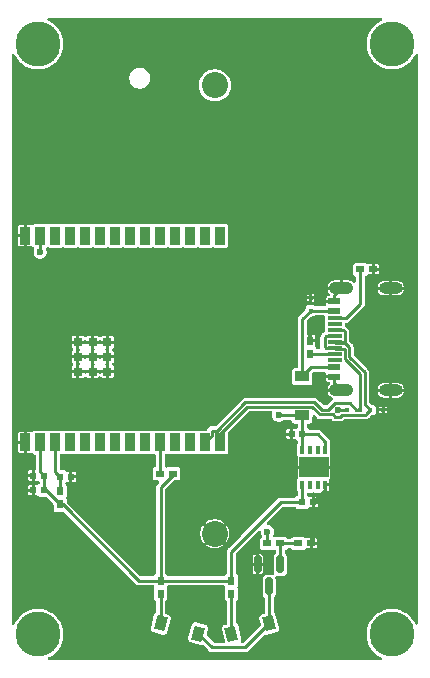
<source format=gtl>
G04 #@! TF.GenerationSoftware,KiCad,Pcbnew,9.0.2*
G04 #@! TF.CreationDate,2025-06-23T20:15:19+02:00*
G04 #@! TF.ProjectId,coral-ir,636f7261-6c2d-4697-922e-6b696361645f,rev?*
G04 #@! TF.SameCoordinates,Original*
G04 #@! TF.FileFunction,Copper,L1,Top*
G04 #@! TF.FilePolarity,Positive*
%FSLAX46Y46*%
G04 Gerber Fmt 4.6, Leading zero omitted, Abs format (unit mm)*
G04 Created by KiCad (PCBNEW 9.0.2) date 2025-06-23 20:15:19*
%MOMM*%
%LPD*%
G01*
G04 APERTURE LIST*
G04 Aperture macros list*
%AMRoundRect*
0 Rectangle with rounded corners*
0 $1 Rounding radius*
0 $2 $3 $4 $5 $6 $7 $8 $9 X,Y pos of 4 corners*
0 Add a 4 corners polygon primitive as box body*
4,1,4,$2,$3,$4,$5,$6,$7,$8,$9,$2,$3,0*
0 Add four circle primitives for the rounded corners*
1,1,$1+$1,$2,$3*
1,1,$1+$1,$4,$5*
1,1,$1+$1,$6,$7*
1,1,$1+$1,$8,$9*
0 Add four rect primitives between the rounded corners*
20,1,$1+$1,$2,$3,$4,$5,0*
20,1,$1+$1,$4,$5,$6,$7,0*
20,1,$1+$1,$6,$7,$8,$9,0*
20,1,$1+$1,$8,$9,$2,$3,0*%
%AMRotRect*
0 Rectangle, with rotation*
0 The origin of the aperture is its center*
0 $1 length*
0 $2 width*
0 $3 Rotation angle, in degrees counterclockwise*
0 Add horizontal line*
21,1,$1,$2,0,0,$3*%
G04 Aperture macros list end*
G04 #@! TA.AperFunction,SMDPad,CuDef*
%ADD10R,0.600000X0.750000*%
G04 #@! TD*
G04 #@! TA.AperFunction,ComponentPad*
%ADD11C,2.600000*%
G04 #@! TD*
G04 #@! TA.AperFunction,ConnectorPad*
%ADD12C,3.800000*%
G04 #@! TD*
G04 #@! TA.AperFunction,SMDPad,CuDef*
%ADD13R,0.350000X0.800000*%
G04 #@! TD*
G04 #@! TA.AperFunction,SMDPad,CuDef*
%ADD14R,2.500000X1.750000*%
G04 #@! TD*
G04 #@! TA.AperFunction,SMDPad,CuDef*
%ADD15R,0.600000X0.620000*%
G04 #@! TD*
G04 #@! TA.AperFunction,SMDPad,CuDef*
%ADD16R,0.750000X0.600000*%
G04 #@! TD*
G04 #@! TA.AperFunction,SMDPad,CuDef*
%ADD17RotRect,0.900000X1.200000X195.000000*%
G04 #@! TD*
G04 #@! TA.AperFunction,SMDPad,CuDef*
%ADD18R,1.219200X0.914400*%
G04 #@! TD*
G04 #@! TA.AperFunction,SMDPad,CuDef*
%ADD19R,0.900000X1.500000*%
G04 #@! TD*
G04 #@! TA.AperFunction,SMDPad,CuDef*
%ADD20R,0.800000X0.800000*%
G04 #@! TD*
G04 #@! TA.AperFunction,SMDPad,CuDef*
%ADD21RotRect,0.900000X1.200000X165.000000*%
G04 #@! TD*
G04 #@! TA.AperFunction,SMDPad,CuDef*
%ADD22RoundRect,0.150000X-0.150000X0.587500X-0.150000X-0.587500X0.150000X-0.587500X0.150000X0.587500X0*%
G04 #@! TD*
G04 #@! TA.AperFunction,SMDPad,CuDef*
%ADD23R,0.320000X0.430000*%
G04 #@! TD*
G04 #@! TA.AperFunction,SMDPad,CuDef*
%ADD24R,0.430000X0.320000*%
G04 #@! TD*
G04 #@! TA.AperFunction,SMDPad,CuDef*
%ADD25R,1.030000X0.600000*%
G04 #@! TD*
G04 #@! TA.AperFunction,SMDPad,CuDef*
%ADD26R,1.080000X0.600000*%
G04 #@! TD*
G04 #@! TA.AperFunction,SMDPad,CuDef*
%ADD27R,1.150000X0.300000*%
G04 #@! TD*
G04 #@! TA.AperFunction,ComponentPad*
%ADD28O,2.100000X1.050000*%
G04 #@! TD*
G04 #@! TA.AperFunction,ComponentPad*
%ADD29O,2.000000X1.000000*%
G04 #@! TD*
G04 #@! TA.AperFunction,ComponentPad*
%ADD30C,2.205000*%
G04 #@! TD*
G04 #@! TA.AperFunction,ViaPad*
%ADD31C,0.600000*%
G04 #@! TD*
G04 #@! TA.AperFunction,Conductor*
%ADD32C,0.254000*%
G04 #@! TD*
G04 APERTURE END LIST*
D10*
X102900000Y-89050000D03*
X102900000Y-87950000D03*
D11*
X92500000Y-42500000D03*
D12*
X92500000Y-42500000D03*
D13*
X114900000Y-79850000D03*
X115550000Y-79850000D03*
X116200000Y-79850000D03*
X116850000Y-79850000D03*
X116850000Y-76850000D03*
X116200000Y-76850000D03*
X115550000Y-76850000D03*
X114900000Y-76850000D03*
D14*
X115875000Y-78350000D03*
D15*
X114910000Y-75550000D03*
X113990000Y-75550000D03*
D16*
X113050000Y-84800000D03*
X111950000Y-84800000D03*
D10*
X94400000Y-80400000D03*
X94400000Y-81500000D03*
D16*
X114550000Y-84800000D03*
X115650000Y-84800000D03*
D11*
X122500000Y-92500000D03*
D12*
X122500000Y-92500000D03*
D11*
X92500000Y-92500000D03*
D12*
X92500000Y-92500000D03*
D17*
X108906222Y-92427050D03*
X112093778Y-91572950D03*
D18*
X114900000Y-73938300D03*
X114900000Y-70661700D03*
D15*
X93050000Y-80300000D03*
X92130000Y-80300000D03*
D19*
X91430000Y-76250000D03*
X92700000Y-76250000D03*
X93970000Y-76250000D03*
X95240000Y-76250000D03*
X96510000Y-76250000D03*
X97780000Y-76250000D03*
X99050000Y-76250000D03*
X100320000Y-76250000D03*
X101590000Y-76250000D03*
X102860000Y-76250000D03*
X104130000Y-76250000D03*
X105400000Y-76250000D03*
X106670000Y-76250000D03*
X107940000Y-76250000D03*
X107940000Y-58750000D03*
X106670000Y-58750000D03*
X105400000Y-58750000D03*
X104130000Y-58750000D03*
X102860000Y-58750000D03*
X101590000Y-58750000D03*
X100320000Y-58750000D03*
X99050000Y-58750000D03*
X97780000Y-58750000D03*
X96510000Y-58750000D03*
X95240000Y-58750000D03*
X93970000Y-58750000D03*
X92700000Y-58750000D03*
X91430000Y-58750000D03*
D20*
X97150000Y-69005000D03*
X95900000Y-70255000D03*
X97150000Y-70255000D03*
X98400000Y-70255000D03*
X98400000Y-69005000D03*
X98400000Y-67755000D03*
X97150000Y-67755000D03*
X95900000Y-67755000D03*
X95900000Y-69005000D03*
D16*
X102850000Y-78900000D03*
X103950000Y-78900000D03*
D21*
X102906222Y-91572950D03*
X106093778Y-92427050D03*
D22*
X113040000Y-86562500D03*
X111140000Y-86562500D03*
X112090000Y-88437500D03*
D23*
X115600000Y-65100000D03*
X115600000Y-64000000D03*
D24*
X118700000Y-73500000D03*
X119800000Y-73500000D03*
D16*
X119800000Y-61600000D03*
X120900000Y-61600000D03*
D24*
X121750000Y-73500000D03*
X120650000Y-73500000D03*
D10*
X115550000Y-68750000D03*
X115550000Y-67650000D03*
D25*
X117585000Y-70700000D03*
D26*
X117610000Y-69900000D03*
D27*
X117645000Y-68750000D03*
X117645000Y-67750000D03*
X117645000Y-67250000D03*
X117645000Y-66250000D03*
D25*
X117585000Y-64300000D03*
D26*
X117610000Y-65100000D03*
D27*
X117645000Y-65750000D03*
X117645000Y-66750000D03*
X117645000Y-68250000D03*
X117645000Y-69250000D03*
D28*
X118220000Y-71820000D03*
D29*
X122400000Y-71820000D03*
X122400000Y-63180000D03*
D28*
X118220000Y-63180000D03*
D15*
X94390000Y-79150000D03*
X95310000Y-79150000D03*
D11*
X122500000Y-42500000D03*
D12*
X122500000Y-42500000D03*
D10*
X108900000Y-89050000D03*
X108900000Y-87950000D03*
D15*
X93050000Y-79050000D03*
X92130000Y-79050000D03*
X114890000Y-81300000D03*
X115810000Y-81300000D03*
D30*
X107500000Y-83985000D03*
X107500000Y-46015000D03*
D31*
X101650000Y-81350000D03*
X98200000Y-81400000D03*
X115550000Y-66600000D03*
X99800000Y-79150000D03*
X99950000Y-83950000D03*
X109950000Y-86550000D03*
X109950000Y-89850000D03*
X96450000Y-79150000D03*
X117900000Y-73500000D03*
X112900000Y-73950000D03*
X111950000Y-83800000D03*
X92700000Y-60150000D03*
D32*
X115550000Y-67650000D02*
X115550000Y-66600000D01*
X117585000Y-71185000D02*
X118220000Y-71820000D01*
X117585000Y-64300000D02*
X117585000Y-63815000D01*
X117585000Y-70700000D02*
X117585000Y-71185000D01*
X115810000Y-84640000D02*
X115650000Y-84800000D01*
X116850000Y-79850000D02*
X116850000Y-80260000D01*
X116850000Y-80260000D02*
X115810000Y-81300000D01*
X115810000Y-81300000D02*
X115810000Y-84640000D01*
X117585000Y-63815000D02*
X118220000Y-63180000D01*
X118700000Y-73500000D02*
X117900000Y-73500000D01*
X108900000Y-87950000D02*
X102900000Y-87950000D01*
X103950000Y-78900000D02*
X103950000Y-79000000D01*
X94400000Y-81500000D02*
X94600000Y-81500000D01*
X114900000Y-79850000D02*
X114900000Y-81290000D01*
X93050000Y-80300000D02*
X93200000Y-80300000D01*
X92700000Y-78700000D02*
X93050000Y-79050000D01*
X103950000Y-79000000D02*
X102900000Y-80050000D01*
X93050000Y-79050000D02*
X93050000Y-80300000D01*
X114890000Y-81300000D02*
X113100000Y-81300000D01*
X92700000Y-76250000D02*
X92700000Y-78700000D01*
X108900000Y-85500000D02*
X108900000Y-87950000D01*
X94600000Y-81500000D02*
X101050000Y-87950000D01*
X102900000Y-80050000D02*
X102900000Y-87950000D01*
X113100000Y-81300000D02*
X108900000Y-85500000D01*
X93200000Y-80300000D02*
X94400000Y-81500000D01*
X114900000Y-81290000D02*
X114890000Y-81300000D01*
X101050000Y-87950000D02*
X102900000Y-87950000D01*
X93970000Y-76250000D02*
X93970000Y-78730000D01*
X93970000Y-78730000D02*
X94390000Y-79150000D01*
X94390000Y-79150000D02*
X94390000Y-80390000D01*
X94390000Y-80390000D02*
X94400000Y-80400000D01*
X114888300Y-73950000D02*
X114900000Y-73938300D01*
X116204000Y-75550000D02*
X116850000Y-76196000D01*
X114910000Y-76840000D02*
X114900000Y-76850000D01*
X112900000Y-73950000D02*
X114888300Y-73950000D01*
X114900000Y-73938300D02*
X114900000Y-75540000D01*
X114900000Y-75540000D02*
X114910000Y-75550000D01*
X114910000Y-75550000D02*
X114910000Y-76840000D01*
X114910000Y-75550000D02*
X116204000Y-75550000D01*
X116850000Y-76196000D02*
X116850000Y-76850000D01*
X118380000Y-66750000D02*
X118475000Y-66845000D01*
X117496111Y-73881000D02*
X116419500Y-73881000D01*
X118475000Y-66845000D02*
X118475000Y-67655000D01*
X120650000Y-73500000D02*
X120270000Y-73880000D01*
X120270000Y-73915000D02*
X118269889Y-73915000D01*
X118129889Y-74055000D02*
X117670111Y-74055000D01*
X120181980Y-73031980D02*
X120650000Y-73500000D01*
X118380000Y-67750000D02*
X117645000Y-67750000D01*
X120270000Y-73880000D02*
X120270000Y-73915000D01*
X120181980Y-70311929D02*
X120181980Y-73031980D01*
X118856980Y-68186779D02*
X118856980Y-68986929D01*
X118475000Y-67655000D02*
X118380000Y-67750000D01*
X118269889Y-73915000D02*
X118129889Y-74055000D01*
X117645000Y-67750000D02*
X117740000Y-67845000D01*
X117645000Y-66750000D02*
X118380000Y-66750000D01*
X116419500Y-73881000D02*
X115764600Y-73226100D01*
X115764600Y-73226100D02*
X110232716Y-73226100D01*
X107940000Y-75518816D02*
X107940000Y-76250000D01*
X117740000Y-67845000D02*
X118515201Y-67845000D01*
X118856980Y-68986929D02*
X120181980Y-70311929D01*
X118515201Y-67845000D02*
X118856980Y-68186779D01*
X117670111Y-74055000D02*
X117496111Y-73881000D01*
X110232716Y-73226100D02*
X107940000Y-75518816D01*
X115922821Y-72844120D02*
X110074495Y-72844120D01*
X116815000Y-68155000D02*
X116910000Y-68250000D01*
X118934201Y-72945000D02*
X117670111Y-72945000D01*
X110074495Y-72844120D02*
X107673615Y-75245000D01*
X117645000Y-68250000D02*
X117645000Y-68345000D01*
X116910000Y-68250000D02*
X117645000Y-68250000D01*
X116815000Y-67345000D02*
X116815000Y-68155000D01*
X117116091Y-73499020D02*
X116577721Y-73499020D01*
X107235000Y-75685000D02*
X106670000Y-76250000D01*
X107235000Y-75245000D02*
X107235000Y-75685000D01*
X117645000Y-67250000D02*
X116910000Y-67250000D01*
X117645000Y-68345000D02*
X118475000Y-68345000D01*
X118475000Y-68345000D02*
X118475000Y-69145151D01*
X116577721Y-73499020D02*
X115922821Y-72844120D01*
X119489201Y-73500000D02*
X118934201Y-72945000D01*
X118475000Y-69145151D02*
X119800000Y-70470151D01*
X119800000Y-70470151D02*
X119800000Y-73500000D01*
X116910000Y-67250000D02*
X116815000Y-67345000D01*
X119800000Y-73500000D02*
X119489201Y-73500000D01*
X117670111Y-72945000D02*
X117116091Y-73499020D01*
X107673615Y-75245000D02*
X107235000Y-75245000D01*
X114900000Y-65800000D02*
X115600000Y-65100000D01*
X114900000Y-70661700D02*
X114900000Y-65800000D01*
X114900000Y-70661700D02*
X115661700Y-69900000D01*
X115600000Y-65100000D02*
X117610000Y-65100000D01*
X115661700Y-69900000D02*
X117610000Y-69900000D01*
X102860000Y-78890000D02*
X102850000Y-78900000D01*
X102860000Y-76250000D02*
X102860000Y-78890000D01*
X108900000Y-89050000D02*
X108900000Y-92420828D01*
X108900000Y-92420828D02*
X108906223Y-92427051D01*
X112090000Y-88437500D02*
X112090000Y-91569172D01*
X107266726Y-93600000D02*
X110066726Y-93600000D01*
X106093777Y-92427051D02*
X107266726Y-93600000D01*
X112090000Y-91569172D02*
X112093777Y-91572949D01*
X110066726Y-93600000D02*
X112093777Y-91572949D01*
X102900000Y-91566726D02*
X102906223Y-91572949D01*
X102900000Y-89050000D02*
X102900000Y-91566726D01*
X111950000Y-84800000D02*
X111950000Y-83800000D01*
X92700000Y-60150000D02*
X92700000Y-58750000D01*
X115550000Y-68750000D02*
X117645000Y-68750000D01*
X118579849Y-65750000D02*
X117645000Y-65750000D01*
X119800000Y-61600000D02*
X119800000Y-64529849D01*
X119800000Y-64529849D02*
X118579849Y-65750000D01*
X113040000Y-84810000D02*
X113050000Y-84800000D01*
X113040000Y-86562500D02*
X113040000Y-84810000D01*
X113050000Y-84800000D02*
X114550000Y-84800000D01*
G04 #@! TA.AperFunction,Conductor*
G36*
X111299881Y-83729180D02*
G01*
X111313532Y-83730157D01*
X111331545Y-83743641D01*
X111352012Y-83752989D01*
X111359410Y-83764501D01*
X111370368Y-83772704D01*
X111378231Y-83793787D01*
X111390396Y-83812715D01*
X111393598Y-83834985D01*
X111395179Y-83839224D01*
X111395500Y-83848213D01*
X111395500Y-83873001D01*
X111399583Y-83888239D01*
X111433289Y-84014033D01*
X111488677Y-84109966D01*
X111505415Y-84178961D01*
X111482195Y-84246053D01*
X111449561Y-84277730D01*
X111391515Y-84316515D01*
X111335266Y-84400697D01*
X111320500Y-84474930D01*
X111320500Y-85125063D01*
X111320501Y-85125073D01*
X111335265Y-85199300D01*
X111391516Y-85283484D01*
X111475697Y-85339733D01*
X111475699Y-85339734D01*
X111549933Y-85354500D01*
X112350066Y-85354499D01*
X112350069Y-85354498D01*
X112350073Y-85354498D01*
X112386926Y-85347167D01*
X112424301Y-85339734D01*
X112429996Y-85335928D01*
X112443810Y-85331602D01*
X112455356Y-85322866D01*
X112477015Y-85321203D01*
X112497746Y-85314712D01*
X112513075Y-85318436D01*
X112526144Y-85317434D01*
X112549528Y-85327294D01*
X112559811Y-85329793D01*
X112565051Y-85332619D01*
X112575699Y-85339734D01*
X112579729Y-85340535D01*
X112592312Y-85347322D01*
X112613156Y-85367951D01*
X112635996Y-85386356D01*
X112638081Y-85392620D01*
X112642773Y-85397264D01*
X112649155Y-85425886D01*
X112658420Y-85453719D01*
X112658500Y-85458221D01*
X112658500Y-85582260D01*
X112638498Y-85650381D01*
X112621595Y-85671355D01*
X112558675Y-85734274D01*
X112558673Y-85734276D01*
X112500501Y-85848446D01*
X112487875Y-85928165D01*
X112485500Y-85943166D01*
X112485500Y-87181834D01*
X112487009Y-87191361D01*
X112500501Y-87276556D01*
X112501948Y-87279395D01*
X112502665Y-87283214D01*
X112503565Y-87285984D01*
X112503206Y-87286100D01*
X112515049Y-87349173D01*
X112488346Y-87414956D01*
X112430317Y-87455860D01*
X112369970Y-87461042D01*
X112286934Y-87447891D01*
X112271834Y-87445500D01*
X111908166Y-87445500D01*
X111882266Y-87449602D01*
X111813446Y-87460501D01*
X111699276Y-87518673D01*
X111608673Y-87609276D01*
X111550501Y-87723446D01*
X111535500Y-87818167D01*
X111535500Y-89056832D01*
X111550501Y-89151553D01*
X111608673Y-89265723D01*
X111671595Y-89328645D01*
X111705621Y-89390957D01*
X111708500Y-89417740D01*
X111708500Y-90694857D01*
X111688498Y-90762978D01*
X111634842Y-90809471D01*
X111615112Y-90816563D01*
X111413746Y-90870520D01*
X111413742Y-90870521D01*
X111345855Y-90903998D01*
X111279099Y-90980119D01*
X111279098Y-90980120D01*
X111246554Y-91075992D01*
X111246553Y-91075995D01*
X111251504Y-91151520D01*
X111382645Y-91640946D01*
X111385713Y-91652394D01*
X111384023Y-91723370D01*
X111353101Y-91774100D01*
X109945606Y-93181596D01*
X109918240Y-93196539D01*
X109892011Y-93213396D01*
X109885709Y-93214302D01*
X109883296Y-93215620D01*
X109856513Y-93218500D01*
X109824466Y-93218500D01*
X109756345Y-93198498D01*
X109709852Y-93144842D01*
X109699748Y-93074568D01*
X109715347Y-93029500D01*
X109720898Y-93019883D01*
X109720901Y-93019880D01*
X109753446Y-92924007D01*
X109748496Y-92848480D01*
X109424937Y-91640945D01*
X109391461Y-91573061D01*
X109391460Y-91573060D01*
X109324422Y-91514268D01*
X109286395Y-91454314D01*
X109281500Y-91419537D01*
X109281500Y-89743976D01*
X109301502Y-89675855D01*
X109337498Y-89639211D01*
X109383484Y-89608484D01*
X109439734Y-89524301D01*
X109454500Y-89450067D01*
X109454499Y-88649934D01*
X109454498Y-88649930D01*
X109454498Y-88649926D01*
X109439734Y-88575699D01*
X109435927Y-88570002D01*
X109414712Y-88502250D01*
X109433495Y-88433783D01*
X109435929Y-88429995D01*
X109439734Y-88424301D01*
X109454500Y-88350067D01*
X109454499Y-87549934D01*
X109454498Y-87549931D01*
X109454498Y-87549926D01*
X109439734Y-87475699D01*
X109429940Y-87461042D01*
X109383484Y-87391516D01*
X109383483Y-87391515D01*
X109337497Y-87360787D01*
X109291970Y-87306310D01*
X109281500Y-87256023D01*
X109281500Y-87191358D01*
X110713001Y-87191358D01*
X110715687Y-87214519D01*
X110757516Y-87309254D01*
X110830743Y-87382481D01*
X110830745Y-87382482D01*
X110925483Y-87424313D01*
X110925481Y-87424313D01*
X110948639Y-87426999D01*
X111267000Y-87426999D01*
X111331352Y-87426999D01*
X111331358Y-87426998D01*
X111354519Y-87424312D01*
X111449254Y-87382483D01*
X111522481Y-87309256D01*
X111522482Y-87309254D01*
X111564313Y-87214517D01*
X111566999Y-87191361D01*
X111567000Y-87191358D01*
X111567000Y-86689500D01*
X111267000Y-86689500D01*
X111267000Y-87426999D01*
X110948639Y-87426999D01*
X111012999Y-87426998D01*
X111013000Y-87426998D01*
X111013000Y-86689500D01*
X110713001Y-86689500D01*
X110713001Y-87191358D01*
X109281500Y-87191358D01*
X109281500Y-85933638D01*
X110713000Y-85933638D01*
X110713000Y-86435500D01*
X111013000Y-86435500D01*
X111267000Y-86435500D01*
X111566999Y-86435500D01*
X111566999Y-85933648D01*
X111566998Y-85933641D01*
X111564312Y-85910480D01*
X111522483Y-85815745D01*
X111449256Y-85742518D01*
X111449254Y-85742517D01*
X111354516Y-85700686D01*
X111354518Y-85700686D01*
X111331361Y-85698000D01*
X111267000Y-85698000D01*
X111267000Y-86435500D01*
X111013000Y-86435500D01*
X111013000Y-85697999D01*
X110948650Y-85698000D01*
X110948640Y-85698001D01*
X110925480Y-85700687D01*
X110830745Y-85742516D01*
X110757518Y-85815743D01*
X110757517Y-85815745D01*
X110715686Y-85910482D01*
X110713000Y-85933638D01*
X109281500Y-85933638D01*
X109281500Y-85710213D01*
X109301502Y-85642092D01*
X109318405Y-85621118D01*
X111180405Y-83759118D01*
X111200151Y-83748335D01*
X111217158Y-83733599D01*
X111230705Y-83731651D01*
X111242717Y-83725092D01*
X111265160Y-83726697D01*
X111287432Y-83723495D01*
X111299881Y-83729180D01*
G37*
G04 #@! TD.AperFunction*
G04 #@! TA.AperFunction,Conductor*
G36*
X102226145Y-77208962D02*
G01*
X102229559Y-77208093D01*
X102264849Y-77214478D01*
X102280919Y-77219835D01*
X102310699Y-77239734D01*
X102384841Y-77254481D01*
X102392350Y-77256985D01*
X102415260Y-77272909D01*
X102439991Y-77285845D01*
X102443999Y-77292883D01*
X102450648Y-77297505D01*
X102461312Y-77323287D01*
X102475123Y-77347540D01*
X102474689Y-77355627D01*
X102477785Y-77363111D01*
X102478500Y-77376517D01*
X102478500Y-78236412D01*
X102458498Y-78304533D01*
X102404842Y-78351026D01*
X102377085Y-78359990D01*
X102376283Y-78360149D01*
X102375698Y-78360266D01*
X102291515Y-78416516D01*
X102235266Y-78500697D01*
X102220500Y-78574930D01*
X102220500Y-79225063D01*
X102220501Y-79225073D01*
X102235265Y-79299300D01*
X102291516Y-79383484D01*
X102375697Y-79439733D01*
X102375699Y-79439734D01*
X102449933Y-79454500D01*
X102651787Y-79454499D01*
X102673373Y-79460838D01*
X102695818Y-79462443D01*
X102706775Y-79470645D01*
X102719906Y-79474501D01*
X102734638Y-79491503D01*
X102752654Y-79504989D01*
X102757437Y-79517814D01*
X102766399Y-79528156D01*
X102769601Y-79550425D01*
X102777465Y-79571509D01*
X102774555Y-79584882D01*
X102776504Y-79598430D01*
X102767156Y-79618898D01*
X102762374Y-79640884D01*
X102748889Y-79658896D01*
X102747011Y-79663011D01*
X102740882Y-79669594D01*
X102665753Y-79744724D01*
X102665750Y-79744725D01*
X102594729Y-79815746D01*
X102594721Y-79815756D01*
X102544500Y-79902741D01*
X102538349Y-79925699D01*
X102527236Y-79967174D01*
X102518500Y-79999776D01*
X102518500Y-87256023D01*
X102498498Y-87324144D01*
X102489628Y-87336286D01*
X102477859Y-87350526D01*
X102416516Y-87391516D01*
X102360266Y-87475699D01*
X102355778Y-87498258D01*
X102335529Y-87522763D01*
X102331388Y-87525562D01*
X102329071Y-87529993D01*
X102302265Y-87545256D01*
X102276716Y-87562533D01*
X102271718Y-87562649D01*
X102267375Y-87565123D01*
X102238401Y-87568500D01*
X101260212Y-87568500D01*
X101192091Y-87548498D01*
X101171117Y-87531595D01*
X94991404Y-81351881D01*
X94957378Y-81289569D01*
X94954499Y-81262786D01*
X94954499Y-81099936D01*
X94954498Y-81099927D01*
X94939734Y-81025699D01*
X94935927Y-81020002D01*
X94914712Y-80952250D01*
X94933495Y-80883783D01*
X94935929Y-80879995D01*
X94939734Y-80874301D01*
X94954500Y-80800067D01*
X94954499Y-79999934D01*
X94954498Y-79999931D01*
X94954498Y-79999926D01*
X94939734Y-79925699D01*
X94883482Y-79841513D01*
X94874710Y-79832741D01*
X94876203Y-79831247D01*
X94875848Y-79830821D01*
X94861893Y-79822014D01*
X94853553Y-79804143D01*
X94840905Y-79789008D01*
X94838848Y-79772631D01*
X94831870Y-79757677D01*
X94834516Y-79738132D01*
X94832059Y-79718565D01*
X94839279Y-79702953D01*
X94841396Y-79687323D01*
X94856984Y-79664675D01*
X94860537Y-79656994D01*
X94870154Y-79645708D01*
X94873484Y-79643484D01*
X94878688Y-79635695D01*
X94883461Y-79630095D01*
X94907254Y-79614526D01*
X94929071Y-79596294D01*
X94937036Y-79595039D01*
X94942870Y-79591223D01*
X94962296Y-79591063D01*
X94991719Y-79586431D01*
X94997492Y-79587000D01*
X95183000Y-79587000D01*
X95437000Y-79587000D01*
X95622503Y-79587000D01*
X95622508Y-79586999D01*
X95659552Y-79579631D01*
X95701561Y-79551561D01*
X95729631Y-79509552D01*
X95736999Y-79472508D01*
X95737000Y-79472503D01*
X95737000Y-79277000D01*
X95437000Y-79277000D01*
X95437000Y-79587000D01*
X95183000Y-79587000D01*
X95183000Y-79023000D01*
X95437000Y-79023000D01*
X95737000Y-79023000D01*
X95737000Y-78827496D01*
X95736999Y-78827491D01*
X95729631Y-78790447D01*
X95701561Y-78748438D01*
X95659552Y-78720368D01*
X95622508Y-78713000D01*
X95437000Y-78713000D01*
X95437000Y-79023000D01*
X95183000Y-79023000D01*
X95183000Y-78713000D01*
X94997486Y-78713000D01*
X94991708Y-78713569D01*
X94921955Y-78700340D01*
X94882411Y-78665137D01*
X94882259Y-78665290D01*
X94879634Y-78662665D01*
X94874597Y-78658181D01*
X94873484Y-78656515D01*
X94789302Y-78600266D01*
X94715069Y-78585500D01*
X94715067Y-78585500D01*
X94477500Y-78585500D01*
X94409379Y-78565498D01*
X94362886Y-78511842D01*
X94351500Y-78459500D01*
X94351500Y-77376516D01*
X94358444Y-77352865D01*
X94361067Y-77328356D01*
X94368267Y-77319412D01*
X94371502Y-77308395D01*
X94390132Y-77292252D01*
X94405588Y-77273053D01*
X94418739Y-77267463D01*
X94425158Y-77261902D01*
X94437650Y-77256984D01*
X94445159Y-77254480D01*
X94519301Y-77239734D01*
X94549082Y-77219834D01*
X94565149Y-77214478D01*
X94584379Y-77213781D01*
X94602746Y-77208030D01*
X94619124Y-77212522D01*
X94636099Y-77211908D01*
X94652655Y-77221720D01*
X94671213Y-77226811D01*
X94674997Y-77229242D01*
X94690699Y-77239734D01*
X94764933Y-77254500D01*
X95715066Y-77254499D01*
X95715069Y-77254498D01*
X95715073Y-77254498D01*
X95744514Y-77248641D01*
X95789301Y-77239734D01*
X95804998Y-77229245D01*
X95872746Y-77208030D01*
X95941213Y-77226811D01*
X95944997Y-77229242D01*
X95960699Y-77239734D01*
X96034933Y-77254500D01*
X96985066Y-77254499D01*
X96985069Y-77254498D01*
X96985073Y-77254498D01*
X97014514Y-77248641D01*
X97059301Y-77239734D01*
X97074998Y-77229245D01*
X97142746Y-77208030D01*
X97211213Y-77226811D01*
X97214997Y-77229242D01*
X97230699Y-77239734D01*
X97304933Y-77254500D01*
X98255066Y-77254499D01*
X98255069Y-77254498D01*
X98255073Y-77254498D01*
X98284514Y-77248641D01*
X98329301Y-77239734D01*
X98344998Y-77229245D01*
X98412746Y-77208030D01*
X98481213Y-77226811D01*
X98484997Y-77229242D01*
X98500699Y-77239734D01*
X98574933Y-77254500D01*
X99525066Y-77254499D01*
X99525069Y-77254498D01*
X99525073Y-77254498D01*
X99554514Y-77248641D01*
X99599301Y-77239734D01*
X99614998Y-77229245D01*
X99682746Y-77208030D01*
X99751213Y-77226811D01*
X99754997Y-77229242D01*
X99770699Y-77239734D01*
X99844933Y-77254500D01*
X100795066Y-77254499D01*
X100795069Y-77254498D01*
X100795073Y-77254498D01*
X100824514Y-77248641D01*
X100869301Y-77239734D01*
X100884998Y-77229245D01*
X100952746Y-77208030D01*
X101021213Y-77226811D01*
X101024997Y-77229242D01*
X101040699Y-77239734D01*
X101114933Y-77254500D01*
X102065066Y-77254499D01*
X102065069Y-77254498D01*
X102065073Y-77254498D01*
X102094514Y-77248641D01*
X102139301Y-77239734D01*
X102154998Y-77229245D01*
X102158356Y-77228193D01*
X102160759Y-77225616D01*
X102191984Y-77217663D01*
X102222746Y-77208030D01*
X102226145Y-77208962D01*
G37*
G04 #@! TD.AperFunction*
G04 #@! TA.AperFunction,Conductor*
G36*
X116757621Y-65501502D02*
G01*
X116804114Y-65555158D01*
X116815500Y-65607500D01*
X116815500Y-65925063D01*
X116815501Y-65925068D01*
X116825516Y-65975421D01*
X116825515Y-66024579D01*
X116815500Y-66074925D01*
X116815500Y-66425063D01*
X116815501Y-66425068D01*
X116825516Y-66475421D01*
X116825515Y-66524579D01*
X116815500Y-66574925D01*
X116815500Y-66791295D01*
X116814535Y-66794578D01*
X116815326Y-66797906D01*
X116804606Y-66828395D01*
X116795498Y-66859416D01*
X116792575Y-66862615D01*
X116791778Y-66864883D01*
X116784437Y-66871523D01*
X116766903Y-66890717D01*
X116760033Y-66896065D01*
X116675753Y-66944724D01*
X116604724Y-67015753D01*
X116604723Y-67015754D01*
X116599199Y-67021277D01*
X116599195Y-67021281D01*
X116580754Y-67039723D01*
X116580753Y-67039724D01*
X116546135Y-67074342D01*
X116509725Y-67110751D01*
X116509721Y-67110756D01*
X116459500Y-67197741D01*
X116433500Y-67294776D01*
X116433500Y-68205225D01*
X116434750Y-68209890D01*
X116434145Y-68235284D01*
X116437761Y-68260432D01*
X116433314Y-68270167D01*
X116433060Y-68280867D01*
X116418819Y-68301907D01*
X116408267Y-68325012D01*
X116399265Y-68330797D01*
X116393265Y-68339662D01*
X116369910Y-68349662D01*
X116348541Y-68363396D01*
X116332428Y-68365712D01*
X116328000Y-68367609D01*
X116313043Y-68368500D01*
X116211599Y-68368500D01*
X116143478Y-68348498D01*
X116096985Y-68294842D01*
X116094502Y-68287155D01*
X116094483Y-68287164D01*
X116089734Y-68275699D01*
X116033483Y-68191515D01*
X116026584Y-68186905D01*
X115981058Y-68132427D01*
X115972212Y-68061984D01*
X115973011Y-68057557D01*
X115976999Y-68037508D01*
X115977000Y-68037503D01*
X115977000Y-67777000D01*
X115676000Y-67777000D01*
X115667174Y-67774408D01*
X115658068Y-67775718D01*
X115633642Y-67764562D01*
X115607879Y-67756998D01*
X115601854Y-67750044D01*
X115593488Y-67746224D01*
X115578973Y-67723638D01*
X115561386Y-67703342D01*
X115559061Y-67692655D01*
X115555104Y-67686498D01*
X115550000Y-67651000D01*
X115550000Y-67650000D01*
X115549000Y-67650000D01*
X115480879Y-67629998D01*
X115434386Y-67576342D01*
X115423000Y-67524000D01*
X115423000Y-67523000D01*
X115677000Y-67523000D01*
X115977000Y-67523000D01*
X115977000Y-67262496D01*
X115976999Y-67262491D01*
X115969631Y-67225447D01*
X115941561Y-67183438D01*
X115899552Y-67155368D01*
X115862508Y-67148000D01*
X115677000Y-67148000D01*
X115677000Y-67523000D01*
X115423000Y-67523000D01*
X115423000Y-67148000D01*
X115407500Y-67148000D01*
X115339379Y-67127998D01*
X115292886Y-67074342D01*
X115281500Y-67022000D01*
X115281500Y-66010212D01*
X115301502Y-65942091D01*
X115318405Y-65921117D01*
X115633118Y-65606404D01*
X115695430Y-65572378D01*
X115722213Y-65569499D01*
X115785064Y-65569499D01*
X115785066Y-65569499D01*
X115785069Y-65569498D01*
X115785072Y-65569498D01*
X115821663Y-65562219D01*
X115859301Y-65554734D01*
X115937122Y-65502734D01*
X116004874Y-65481520D01*
X116007124Y-65481500D01*
X116689500Y-65481500D01*
X116757621Y-65501502D01*
G37*
G04 #@! TD.AperFunction*
G04 #@! TA.AperFunction,Conductor*
G36*
X121614758Y-40320502D02*
G01*
X121661251Y-40374158D01*
X121671355Y-40444432D01*
X121641861Y-40509012D01*
X121594856Y-40542908D01*
X121579782Y-40549151D01*
X121545047Y-40563539D01*
X121545038Y-40563544D01*
X121300459Y-40704752D01*
X121076390Y-40876685D01*
X121076380Y-40876694D01*
X120876694Y-41076380D01*
X120876685Y-41076390D01*
X120704752Y-41300459D01*
X120563544Y-41545038D01*
X120563539Y-41545047D01*
X120455461Y-41805973D01*
X120382362Y-42078782D01*
X120345500Y-42358784D01*
X120345500Y-42641215D01*
X120382362Y-42921217D01*
X120455461Y-43194026D01*
X120563539Y-43454952D01*
X120563544Y-43454961D01*
X120704752Y-43699540D01*
X120876685Y-43923609D01*
X120876694Y-43923619D01*
X121076380Y-44123305D01*
X121076390Y-44123314D01*
X121076391Y-44123315D01*
X121300456Y-44295245D01*
X121545044Y-44436459D01*
X121805973Y-44544539D01*
X122078776Y-44617636D01*
X122078780Y-44617636D01*
X122078782Y-44617637D01*
X122150948Y-44627137D01*
X122358787Y-44654500D01*
X122358794Y-44654500D01*
X122641206Y-44654500D01*
X122641213Y-44654500D01*
X122894273Y-44621184D01*
X122921217Y-44617637D01*
X122921217Y-44617636D01*
X122921224Y-44617636D01*
X123194027Y-44544539D01*
X123454956Y-44436459D01*
X123699544Y-44295245D01*
X123923609Y-44123315D01*
X124123315Y-43923609D01*
X124295245Y-43699544D01*
X124436459Y-43454956D01*
X124457091Y-43405144D01*
X124501639Y-43349863D01*
X124569002Y-43327442D01*
X124637793Y-43345000D01*
X124686172Y-43396962D01*
X124699500Y-43453362D01*
X124699500Y-91546637D01*
X124679498Y-91614758D01*
X124625842Y-91661251D01*
X124555568Y-91671355D01*
X124490988Y-91641861D01*
X124457091Y-91594855D01*
X124448063Y-91573060D01*
X124436459Y-91545044D01*
X124295245Y-91300456D01*
X124123315Y-91076391D01*
X124123314Y-91076390D01*
X124123305Y-91076380D01*
X123923619Y-90876694D01*
X123923609Y-90876685D01*
X123699540Y-90704752D01*
X123454961Y-90563544D01*
X123454952Y-90563539D01*
X123336730Y-90514570D01*
X123194027Y-90455461D01*
X122921224Y-90382364D01*
X122921217Y-90382362D01*
X122641215Y-90345500D01*
X122641213Y-90345500D01*
X122358787Y-90345500D01*
X122358784Y-90345500D01*
X122078782Y-90382362D01*
X121805973Y-90455461D01*
X121545047Y-90563539D01*
X121545038Y-90563544D01*
X121300459Y-90704752D01*
X121076390Y-90876685D01*
X121076380Y-90876694D01*
X120876694Y-91076380D01*
X120876685Y-91076390D01*
X120704752Y-91300459D01*
X120563544Y-91545038D01*
X120563539Y-91545047D01*
X120455461Y-91805973D01*
X120382362Y-92078782D01*
X120345500Y-92358784D01*
X120345500Y-92641215D01*
X120382362Y-92921217D01*
X120382364Y-92921224D01*
X120455461Y-93194027D01*
X120464405Y-93215620D01*
X120563539Y-93454952D01*
X120563544Y-93454961D01*
X120704752Y-93699540D01*
X120876685Y-93923609D01*
X120876694Y-93923619D01*
X121076380Y-94123305D01*
X121076390Y-94123314D01*
X121076391Y-94123315D01*
X121300456Y-94295245D01*
X121545044Y-94436459D01*
X121594855Y-94457091D01*
X121650136Y-94501639D01*
X121672557Y-94569003D01*
X121654999Y-94637794D01*
X121603037Y-94686172D01*
X121546637Y-94699500D01*
X93453363Y-94699500D01*
X93385242Y-94679498D01*
X93338749Y-94625842D01*
X93328645Y-94555568D01*
X93358139Y-94490988D01*
X93405143Y-94457091D01*
X93454956Y-94436459D01*
X93699544Y-94295245D01*
X93923609Y-94123315D01*
X94123315Y-93923609D01*
X94295245Y-93699544D01*
X94436459Y-93454956D01*
X94544539Y-93194027D01*
X94617636Y-92921224D01*
X94654500Y-92641213D01*
X94654500Y-92358787D01*
X94617636Y-92078776D01*
X94544539Y-91805973D01*
X94436459Y-91545044D01*
X94295245Y-91300456D01*
X94123315Y-91076391D01*
X94123314Y-91076390D01*
X94123305Y-91076380D01*
X93923619Y-90876694D01*
X93923609Y-90876685D01*
X93699540Y-90704752D01*
X93454961Y-90563544D01*
X93454952Y-90563539D01*
X93336730Y-90514570D01*
X93194027Y-90455461D01*
X92921224Y-90382364D01*
X92921217Y-90382362D01*
X92641215Y-90345500D01*
X92641213Y-90345500D01*
X92358787Y-90345500D01*
X92358784Y-90345500D01*
X92078782Y-90382362D01*
X91805973Y-90455461D01*
X91545047Y-90563539D01*
X91545038Y-90563544D01*
X91300459Y-90704752D01*
X91076390Y-90876685D01*
X91076380Y-90876694D01*
X90876694Y-91076380D01*
X90876685Y-91076390D01*
X90704752Y-91300459D01*
X90563544Y-91545038D01*
X90563539Y-91545047D01*
X90542909Y-91594855D01*
X90498361Y-91650136D01*
X90430997Y-91672557D01*
X90362206Y-91654999D01*
X90313828Y-91603037D01*
X90300500Y-91546637D01*
X90300500Y-80622508D01*
X91703000Y-80622508D01*
X91710368Y-80659552D01*
X91738438Y-80701561D01*
X91780447Y-80729631D01*
X91817491Y-80736999D01*
X91817497Y-80737000D01*
X92003000Y-80737000D01*
X92003000Y-80427000D01*
X91703000Y-80427000D01*
X91703000Y-80622508D01*
X90300500Y-80622508D01*
X90300500Y-79977491D01*
X91703000Y-79977491D01*
X91703000Y-80173000D01*
X92003000Y-80173000D01*
X92003000Y-79863000D01*
X91817491Y-79863000D01*
X91780447Y-79870368D01*
X91738438Y-79898438D01*
X91710368Y-79940447D01*
X91703000Y-79977491D01*
X90300500Y-79977491D01*
X90300500Y-79372508D01*
X91703000Y-79372508D01*
X91710368Y-79409552D01*
X91738438Y-79451561D01*
X91780447Y-79479631D01*
X91817491Y-79486999D01*
X91817497Y-79487000D01*
X92003000Y-79487000D01*
X92003000Y-79177000D01*
X91703000Y-79177000D01*
X91703000Y-79372508D01*
X90300500Y-79372508D01*
X90300500Y-78727491D01*
X91703000Y-78727491D01*
X91703000Y-78923000D01*
X92003000Y-78923000D01*
X92003000Y-78613000D01*
X91817491Y-78613000D01*
X91780447Y-78620368D01*
X91738438Y-78648438D01*
X91710368Y-78690447D01*
X91703000Y-78727491D01*
X90300500Y-78727491D01*
X90300500Y-77012508D01*
X90853000Y-77012508D01*
X90860368Y-77049552D01*
X90888438Y-77091561D01*
X90930447Y-77119631D01*
X90967491Y-77126999D01*
X90967497Y-77127000D01*
X91303000Y-77127000D01*
X91303000Y-76377000D01*
X90853000Y-76377000D01*
X90853000Y-77012508D01*
X90300500Y-77012508D01*
X90300500Y-75487491D01*
X90853000Y-75487491D01*
X90853000Y-76123000D01*
X91303000Y-76123000D01*
X91303000Y-75373000D01*
X91557000Y-75373000D01*
X91557000Y-77127000D01*
X91892503Y-77127000D01*
X91892506Y-77126999D01*
X91930214Y-77119499D01*
X92000928Y-77125827D01*
X92056996Y-77169381D01*
X92059560Y-77173074D01*
X92066516Y-77183484D01*
X92150697Y-77239733D01*
X92150699Y-77239734D01*
X92217081Y-77252938D01*
X92279991Y-77285845D01*
X92315123Y-77347540D01*
X92318500Y-77376517D01*
X92318500Y-78499309D01*
X92298498Y-78567430D01*
X92281595Y-78588404D01*
X92257000Y-78612999D01*
X92257000Y-79487000D01*
X92442506Y-79487000D01*
X92448279Y-79486431D01*
X92518034Y-79499654D01*
X92541241Y-79514976D01*
X92555267Y-79526649D01*
X92566516Y-79543484D01*
X92612059Y-79573915D01*
X92617151Y-79578153D01*
X92633390Y-79602350D01*
X92652079Y-79624713D01*
X92652926Y-79631458D01*
X92656715Y-79637104D01*
X92657294Y-79666241D01*
X92660926Y-79695156D01*
X92657991Y-79701288D01*
X92658127Y-79708086D01*
X92642864Y-79732906D01*
X92630285Y-79759200D01*
X92622604Y-79765855D01*
X92620939Y-79768564D01*
X92617656Y-79770142D01*
X92606554Y-79779762D01*
X92592718Y-79789008D01*
X92566512Y-79806518D01*
X92565398Y-79808187D01*
X92562028Y-79811002D01*
X92557741Y-79815290D01*
X92557356Y-79814905D01*
X92510917Y-79853710D01*
X92448290Y-79863569D01*
X92442512Y-79863000D01*
X92257000Y-79863000D01*
X92257000Y-80737000D01*
X92442506Y-80737000D01*
X92448279Y-80736431D01*
X92518034Y-80749654D01*
X92557588Y-80784862D01*
X92557741Y-80784710D01*
X92560359Y-80787328D01*
X92565401Y-80791816D01*
X92566515Y-80793484D01*
X92650697Y-80849733D01*
X92650699Y-80849734D01*
X92724933Y-80864500D01*
X93172785Y-80864499D01*
X93240906Y-80884501D01*
X93261880Y-80901403D01*
X93808595Y-81448117D01*
X93842620Y-81510430D01*
X93845500Y-81537213D01*
X93845500Y-81900063D01*
X93845501Y-81900073D01*
X93860265Y-81974300D01*
X93916516Y-82058484D01*
X94000697Y-82114733D01*
X94000699Y-82114734D01*
X94074933Y-82129500D01*
X94637786Y-82129499D01*
X94705907Y-82149501D01*
X94726881Y-82166404D01*
X100740313Y-88179835D01*
X100740334Y-88179858D01*
X100815746Y-88255270D01*
X100815751Y-88255274D01*
X100815753Y-88255276D01*
X100815754Y-88255277D01*
X100815756Y-88255278D01*
X100902741Y-88305499D01*
X100902743Y-88305499D01*
X100902746Y-88305501D01*
X100999775Y-88331500D01*
X102238401Y-88331500D01*
X102306522Y-88351502D01*
X102351462Y-88401883D01*
X102358756Y-88416711D01*
X102360266Y-88424301D01*
X102368695Y-88436917D01*
X102372368Y-88444382D01*
X102377065Y-88471492D01*
X102385287Y-88497749D01*
X102383036Y-88505953D01*
X102384489Y-88514337D01*
X102373781Y-88539686D01*
X102366504Y-88566216D01*
X102364074Y-88569998D01*
X102360266Y-88575696D01*
X102345500Y-88649930D01*
X102345500Y-89450063D01*
X102345501Y-89450073D01*
X102360265Y-89524300D01*
X102416515Y-89608483D01*
X102462502Y-89639211D01*
X102508030Y-89693688D01*
X102518500Y-89743976D01*
X102518500Y-90576351D01*
X102498498Y-90644472D01*
X102475578Y-90671083D01*
X102420982Y-90718961D01*
X102387505Y-90786846D01*
X102063949Y-91994379D01*
X102058997Y-92069904D01*
X102058998Y-92069906D01*
X102058998Y-92069907D01*
X102091543Y-92165780D01*
X102158299Y-92241901D01*
X102226182Y-92275377D01*
X103143940Y-92521289D01*
X103206332Y-92525379D01*
X103219464Y-92526240D01*
X103219464Y-92526239D01*
X103219467Y-92526240D01*
X103315340Y-92493695D01*
X103391461Y-92426939D01*
X103424938Y-92359056D01*
X103748495Y-91151520D01*
X103753446Y-91075993D01*
X103720901Y-90980120D01*
X103654145Y-90903999D01*
X103586262Y-90870523D01*
X103586251Y-90870520D01*
X103374888Y-90813885D01*
X103314266Y-90776933D01*
X103283244Y-90713072D01*
X103281500Y-90692178D01*
X103281500Y-89743976D01*
X103301502Y-89675855D01*
X103337498Y-89639211D01*
X103383484Y-89608484D01*
X103439734Y-89524301D01*
X103454500Y-89450067D01*
X103454499Y-88649934D01*
X103454498Y-88649930D01*
X103454498Y-88649926D01*
X103439734Y-88575699D01*
X103435927Y-88570002D01*
X103432300Y-88558419D01*
X103424620Y-88549023D01*
X103421887Y-88525166D01*
X103414712Y-88502250D01*
X103417720Y-88488776D01*
X103416542Y-88478488D01*
X103424412Y-88458800D01*
X103427632Y-88444382D01*
X103431304Y-88436915D01*
X103439734Y-88424301D01*
X103441243Y-88416712D01*
X103448539Y-88401882D01*
X103461822Y-88387414D01*
X103470929Y-88370007D01*
X103485340Y-88361801D01*
X103496556Y-88349586D01*
X103515556Y-88344596D01*
X103532625Y-88334877D01*
X103561599Y-88331500D01*
X108238401Y-88331500D01*
X108306522Y-88351502D01*
X108353015Y-88405158D01*
X108355497Y-88412844D01*
X108355517Y-88412836D01*
X108360265Y-88424300D01*
X108364072Y-88429997D01*
X108385287Y-88497749D01*
X108366504Y-88566216D01*
X108364074Y-88569998D01*
X108360266Y-88575696D01*
X108345500Y-88649930D01*
X108345500Y-89450063D01*
X108345501Y-89450073D01*
X108360265Y-89524300D01*
X108416515Y-89608483D01*
X108462502Y-89639211D01*
X108508030Y-89693688D01*
X108518500Y-89743976D01*
X108518500Y-91549612D01*
X108498498Y-91617733D01*
X108444842Y-91664226D01*
X108425112Y-91671318D01*
X108226190Y-91724620D01*
X108226186Y-91724621D01*
X108158299Y-91758098D01*
X108091543Y-91834219D01*
X108091542Y-91834220D01*
X108058998Y-91930092D01*
X108058997Y-91930095D01*
X108063211Y-91994379D01*
X108063948Y-92005620D01*
X108346439Y-93059891D01*
X108344750Y-93130865D01*
X108304956Y-93189661D01*
X108239692Y-93217609D01*
X108224733Y-93218500D01*
X107476938Y-93218500D01*
X107408817Y-93198498D01*
X107387843Y-93181595D01*
X106834452Y-92628204D01*
X106800426Y-92565892D01*
X106801839Y-92506502D01*
X106936051Y-92005620D01*
X106941002Y-91930093D01*
X106908457Y-91834220D01*
X106841701Y-91758099D01*
X106796650Y-91735882D01*
X106773817Y-91724622D01*
X105856060Y-91478711D01*
X105780535Y-91473759D01*
X105780533Y-91473760D01*
X105684660Y-91506304D01*
X105684659Y-91506305D01*
X105608539Y-91573060D01*
X105575061Y-91640946D01*
X105251505Y-92848479D01*
X105246553Y-92924004D01*
X105246554Y-92924006D01*
X105246554Y-92924007D01*
X105279099Y-93019880D01*
X105345855Y-93096001D01*
X105413738Y-93129477D01*
X106331496Y-93375389D01*
X106397728Y-93379730D01*
X106407021Y-93380340D01*
X106407021Y-93380339D01*
X106407023Y-93380340D01*
X106407874Y-93380050D01*
X106409840Y-93379968D01*
X106419327Y-93378720D01*
X106419438Y-93379568D01*
X106478808Y-93377094D01*
X106537471Y-93410268D01*
X106957044Y-93829840D01*
X106957065Y-93829863D01*
X107032472Y-93905270D01*
X107032477Y-93905274D01*
X107032479Y-93905276D01*
X107032480Y-93905277D01*
X107032482Y-93905278D01*
X107119467Y-93955499D01*
X107119469Y-93955499D01*
X107119472Y-93955501D01*
X107216501Y-93981500D01*
X107216503Y-93981500D01*
X110116949Y-93981500D01*
X110116951Y-93981500D01*
X110213980Y-93955501D01*
X110213983Y-93955499D01*
X110213984Y-93955499D01*
X110269219Y-93923609D01*
X110300973Y-93905276D01*
X110372002Y-93834247D01*
X111650083Y-92556164D01*
X111712392Y-92522142D01*
X111768141Y-92525296D01*
X111768231Y-92524620D01*
X111777304Y-92525814D01*
X111779675Y-92525948D01*
X111780533Y-92526240D01*
X111780534Y-92526239D01*
X111780535Y-92526240D01*
X111789287Y-92525666D01*
X111856059Y-92521290D01*
X112773817Y-92275377D01*
X112841701Y-92241901D01*
X112908457Y-92165780D01*
X112941002Y-92069907D01*
X112936052Y-91994380D01*
X112612493Y-90786845D01*
X112579017Y-90718961D01*
X112548477Y-90692178D01*
X112514422Y-90662312D01*
X112476395Y-90602359D01*
X112471500Y-90567581D01*
X112471500Y-89417740D01*
X112491502Y-89349619D01*
X112508405Y-89328645D01*
X112571324Y-89265725D01*
X112571326Y-89265723D01*
X112629498Y-89151555D01*
X112644500Y-89056834D01*
X112644500Y-87818166D01*
X112629498Y-87723445D01*
X112628052Y-87720607D01*
X112627333Y-87716781D01*
X112626435Y-87714016D01*
X112626792Y-87713899D01*
X112614949Y-87650830D01*
X112641650Y-87585046D01*
X112699678Y-87544141D01*
X112760030Y-87538957D01*
X112763444Y-87539497D01*
X112763445Y-87539498D01*
X112858166Y-87554500D01*
X112858168Y-87554500D01*
X113221832Y-87554500D01*
X113221834Y-87554500D01*
X113316555Y-87539498D01*
X113430723Y-87481326D01*
X113521326Y-87390723D01*
X113579498Y-87276555D01*
X113594500Y-87181834D01*
X113594500Y-85943166D01*
X113579498Y-85848445D01*
X113525524Y-85742516D01*
X113521326Y-85734276D01*
X113458405Y-85671355D01*
X113443460Y-85643986D01*
X113426604Y-85617758D01*
X113425698Y-85611459D01*
X113424379Y-85609043D01*
X113421500Y-85582260D01*
X113421500Y-85463587D01*
X113441502Y-85395466D01*
X113495158Y-85348973D01*
X113522922Y-85340008D01*
X113524301Y-85339734D01*
X113608484Y-85283484D01*
X113639211Y-85237497D01*
X113645401Y-85232324D01*
X113648752Y-85224988D01*
X113672248Y-85209887D01*
X113693688Y-85191970D01*
X113703214Y-85189986D01*
X113708478Y-85186604D01*
X113743976Y-85181500D01*
X113856024Y-85181500D01*
X113924145Y-85201502D01*
X113960789Y-85237498D01*
X113991516Y-85283484D01*
X114075697Y-85339733D01*
X114075699Y-85339734D01*
X114149933Y-85354500D01*
X114950066Y-85354499D01*
X114950069Y-85354498D01*
X114950073Y-85354498D01*
X114999326Y-85344701D01*
X115024301Y-85339734D01*
X115108484Y-85283484D01*
X115113091Y-85276588D01*
X115167567Y-85231060D01*
X115238010Y-85222211D01*
X115242441Y-85223011D01*
X115262488Y-85226999D01*
X115262497Y-85227000D01*
X115523000Y-85227000D01*
X115777000Y-85227000D01*
X116037503Y-85227000D01*
X116037508Y-85226999D01*
X116074552Y-85219631D01*
X116116561Y-85191561D01*
X116144631Y-85149552D01*
X116151999Y-85112508D01*
X116152000Y-85112503D01*
X116152000Y-84927000D01*
X115777000Y-84927000D01*
X115777000Y-85227000D01*
X115523000Y-85227000D01*
X115523000Y-84673000D01*
X115777000Y-84673000D01*
X116152000Y-84673000D01*
X116152000Y-84487496D01*
X116151999Y-84487491D01*
X116144631Y-84450447D01*
X116116561Y-84408438D01*
X116074552Y-84380368D01*
X116037508Y-84373000D01*
X115777000Y-84373000D01*
X115777000Y-84673000D01*
X115523000Y-84673000D01*
X115523000Y-84373000D01*
X115262488Y-84373000D01*
X115242437Y-84376989D01*
X115171723Y-84370660D01*
X115115656Y-84327105D01*
X115113093Y-84323413D01*
X115108484Y-84316515D01*
X115024302Y-84260266D01*
X114950068Y-84245500D01*
X114149936Y-84245500D01*
X114149926Y-84245501D01*
X114075699Y-84260265D01*
X113991516Y-84316515D01*
X113960789Y-84362502D01*
X113954598Y-84367675D01*
X113951248Y-84375012D01*
X113927751Y-84390112D01*
X113906312Y-84408030D01*
X113896785Y-84410013D01*
X113891522Y-84413396D01*
X113856024Y-84418500D01*
X113743976Y-84418500D01*
X113675855Y-84398498D01*
X113639211Y-84362502D01*
X113608484Y-84316516D01*
X113600000Y-84310847D01*
X113524302Y-84260266D01*
X113450068Y-84245500D01*
X112649936Y-84245500D01*
X112649924Y-84245502D01*
X112564704Y-84262452D01*
X112493990Y-84256123D01*
X112437924Y-84212568D01*
X112414305Y-84145615D01*
X112430634Y-84076521D01*
X112431007Y-84075872D01*
X112466709Y-84014034D01*
X112466708Y-84014034D01*
X112466712Y-84014029D01*
X112504500Y-83873001D01*
X112504500Y-83726999D01*
X112466712Y-83585971D01*
X112466710Y-83585968D01*
X112466710Y-83585966D01*
X112393713Y-83459532D01*
X112393705Y-83459522D01*
X112290477Y-83356294D01*
X112290467Y-83356286D01*
X112164033Y-83283289D01*
X112145212Y-83278246D01*
X112023001Y-83245500D01*
X111998213Y-83245500D01*
X111930092Y-83225498D01*
X111883599Y-83171842D01*
X111873495Y-83101568D01*
X111902989Y-83036988D01*
X111909118Y-83030405D01*
X113221118Y-81718405D01*
X113283430Y-81684379D01*
X113310213Y-81681500D01*
X114264342Y-81681500D01*
X114332463Y-81701502D01*
X114369107Y-81737498D01*
X114406516Y-81793484D01*
X114490697Y-81849733D01*
X114490699Y-81849734D01*
X114564933Y-81864500D01*
X115215066Y-81864499D01*
X115215069Y-81864498D01*
X115215073Y-81864498D01*
X115264326Y-81854701D01*
X115289301Y-81849734D01*
X115373484Y-81793484D01*
X115374595Y-81791821D01*
X115377960Y-81789008D01*
X115382259Y-81784710D01*
X115382643Y-81785094D01*
X115429071Y-81746294D01*
X115491719Y-81736431D01*
X115497492Y-81737000D01*
X115683000Y-81737000D01*
X115937000Y-81737000D01*
X116122503Y-81737000D01*
X116122508Y-81736999D01*
X116159552Y-81729631D01*
X116201561Y-81701561D01*
X116229631Y-81659552D01*
X116236999Y-81622508D01*
X116237000Y-81622503D01*
X116237000Y-81427000D01*
X115937000Y-81427000D01*
X115937000Y-81737000D01*
X115683000Y-81737000D01*
X115683000Y-81173000D01*
X115937000Y-81173000D01*
X116237000Y-81173000D01*
X116237000Y-80977496D01*
X116236999Y-80977491D01*
X116229631Y-80940447D01*
X116201561Y-80898438D01*
X116159552Y-80870368D01*
X116122508Y-80863000D01*
X115937000Y-80863000D01*
X115937000Y-81173000D01*
X115683000Y-81173000D01*
X115683000Y-80863000D01*
X115497486Y-80863000D01*
X115491708Y-80863569D01*
X115421955Y-80850340D01*
X115398232Y-80834583D01*
X115384538Y-80823059D01*
X115373484Y-80806516D01*
X115331705Y-80778599D01*
X115326372Y-80774112D01*
X115310445Y-80750098D01*
X115291970Y-80727992D01*
X115290225Y-80719614D01*
X115287130Y-80714947D01*
X115286971Y-80703983D01*
X115281500Y-80677705D01*
X115281500Y-80630499D01*
X115301502Y-80562378D01*
X115355158Y-80515885D01*
X115407496Y-80504499D01*
X115750066Y-80504499D01*
X115750069Y-80504498D01*
X115750073Y-80504498D01*
X115771068Y-80500321D01*
X115824301Y-80489734D01*
X115824309Y-80489728D01*
X115826778Y-80488707D01*
X115832626Y-80488078D01*
X115836473Y-80487313D01*
X115836541Y-80487657D01*
X115897368Y-80481116D01*
X115923217Y-80488706D01*
X115925696Y-80489732D01*
X115925699Y-80489734D01*
X115999933Y-80504500D01*
X116400066Y-80504499D01*
X116400069Y-80504498D01*
X116400073Y-80504498D01*
X116449326Y-80494701D01*
X116474301Y-80489734D01*
X116558484Y-80433484D01*
X116558809Y-80432998D01*
X116559795Y-80432173D01*
X116567260Y-80424709D01*
X116567927Y-80425376D01*
X116613286Y-80387470D01*
X116663574Y-80377000D01*
X116723000Y-80377000D01*
X116977000Y-80377000D01*
X117037503Y-80377000D01*
X117037508Y-80376999D01*
X117074552Y-80369631D01*
X117116561Y-80341561D01*
X117144631Y-80299552D01*
X117151999Y-80262508D01*
X117152000Y-80262503D01*
X117152000Y-79977000D01*
X116977000Y-79977000D01*
X116977000Y-80377000D01*
X116723000Y-80377000D01*
X116723000Y-79976000D01*
X116725591Y-79967174D01*
X116724282Y-79958068D01*
X116735437Y-79933642D01*
X116743002Y-79907879D01*
X116749955Y-79901854D01*
X116753776Y-79893488D01*
X116776361Y-79878973D01*
X116796658Y-79861386D01*
X116807344Y-79859061D01*
X116813502Y-79855104D01*
X116849000Y-79850000D01*
X116850000Y-79850000D01*
X116850000Y-79849000D01*
X116870002Y-79780879D01*
X116923658Y-79734386D01*
X116976000Y-79723000D01*
X117152000Y-79723000D01*
X117152000Y-79431302D01*
X117153805Y-79431302D01*
X117165427Y-79369937D01*
X117207607Y-79322545D01*
X117216561Y-79316561D01*
X117244631Y-79274552D01*
X117251999Y-79237508D01*
X117252000Y-79237503D01*
X117252000Y-78477000D01*
X114498000Y-78477000D01*
X114498000Y-79237508D01*
X114502247Y-79258858D01*
X114495919Y-79329572D01*
X114486780Y-79347043D01*
X114485266Y-79350698D01*
X114470500Y-79424930D01*
X114470500Y-80275063D01*
X114470501Y-80275073D01*
X114485266Y-80349301D01*
X114485265Y-80349301D01*
X114497263Y-80367255D01*
X114503006Y-80385595D01*
X114513396Y-80401762D01*
X114517918Y-80433212D01*
X114518480Y-80435007D01*
X114518500Y-80437260D01*
X114518500Y-80664342D01*
X114498498Y-80732463D01*
X114462502Y-80769107D01*
X114406515Y-80806515D01*
X114369107Y-80862502D01*
X114314630Y-80908030D01*
X114264342Y-80918500D01*
X113049775Y-80918500D01*
X112997779Y-80932432D01*
X112952748Y-80944498D01*
X112952743Y-80944500D01*
X112883074Y-80984724D01*
X112883073Y-80984724D01*
X112865757Y-80994720D01*
X112865748Y-80994727D01*
X109714862Y-84145615D01*
X108665753Y-85194724D01*
X108645977Y-85214500D01*
X108594725Y-85265751D01*
X108594721Y-85265756D01*
X108544500Y-85352741D01*
X108518500Y-85449776D01*
X108518500Y-87256023D01*
X108498498Y-87324144D01*
X108489628Y-87336286D01*
X108477859Y-87350526D01*
X108416516Y-87391516D01*
X108360266Y-87475699D01*
X108355778Y-87498258D01*
X108335529Y-87522763D01*
X108331388Y-87525562D01*
X108329071Y-87529993D01*
X108302265Y-87545256D01*
X108276716Y-87562533D01*
X108271718Y-87562649D01*
X108267375Y-87565123D01*
X108238401Y-87568500D01*
X103561599Y-87568500D01*
X103493478Y-87548498D01*
X103446985Y-87494842D01*
X103444502Y-87487155D01*
X103444483Y-87487164D01*
X103439734Y-87475699D01*
X103429940Y-87461042D01*
X103383484Y-87391516D01*
X103383483Y-87391515D01*
X103337497Y-87360787D01*
X103291970Y-87306310D01*
X103281500Y-87256023D01*
X103281500Y-83888239D01*
X106270500Y-83888239D01*
X106270500Y-84081760D01*
X106300775Y-84272912D01*
X106360578Y-84456965D01*
X106448434Y-84629395D01*
X106448437Y-84629400D01*
X106544194Y-84761198D01*
X106544196Y-84761198D01*
X106898154Y-84407239D01*
X106929088Y-84453535D01*
X107031465Y-84555912D01*
X107077759Y-84586844D01*
X106723800Y-84940803D01*
X106723800Y-84940804D01*
X106855599Y-85036562D01*
X106855604Y-85036565D01*
X107028034Y-85124421D01*
X107212087Y-85184224D01*
X107403239Y-85214500D01*
X107596761Y-85214500D01*
X107787912Y-85184224D01*
X107971962Y-85124422D01*
X108144399Y-85036561D01*
X108144408Y-85036556D01*
X108276198Y-84940804D01*
X108276198Y-84940802D01*
X107922240Y-84586844D01*
X107968535Y-84555912D01*
X108070912Y-84453535D01*
X108101844Y-84407240D01*
X108455802Y-84761198D01*
X108455804Y-84761198D01*
X108551556Y-84629408D01*
X108551561Y-84629399D01*
X108639422Y-84456962D01*
X108699224Y-84272912D01*
X108729500Y-84081760D01*
X108729500Y-83888239D01*
X108699224Y-83697087D01*
X108639421Y-83513034D01*
X108551565Y-83340604D01*
X108551562Y-83340599D01*
X108455804Y-83208800D01*
X108455803Y-83208800D01*
X108101844Y-83562759D01*
X108070912Y-83516465D01*
X107968535Y-83414088D01*
X107922239Y-83383154D01*
X108276198Y-83029196D01*
X108276198Y-83029194D01*
X108144400Y-82933437D01*
X108144395Y-82933434D01*
X107971965Y-82845578D01*
X107787912Y-82785775D01*
X107596761Y-82755500D01*
X107403239Y-82755500D01*
X107212087Y-82785775D01*
X107028034Y-82845578D01*
X106855606Y-82933433D01*
X106723800Y-83029195D01*
X107077760Y-83383154D01*
X107031465Y-83414088D01*
X106929088Y-83516465D01*
X106898154Y-83562759D01*
X106544195Y-83208800D01*
X106448433Y-83340606D01*
X106360578Y-83513034D01*
X106300775Y-83697087D01*
X106270500Y-83888239D01*
X103281500Y-83888239D01*
X103281500Y-80260213D01*
X103301502Y-80192092D01*
X103318405Y-80171118D01*
X103998119Y-79491404D01*
X104060431Y-79457378D01*
X104087214Y-79454499D01*
X104350064Y-79454499D01*
X104350066Y-79454499D01*
X104350069Y-79454498D01*
X104350072Y-79454498D01*
X104386663Y-79447219D01*
X104424301Y-79439734D01*
X104508484Y-79383484D01*
X104564734Y-79299301D01*
X104579500Y-79225067D01*
X104579499Y-78574934D01*
X104579498Y-78574930D01*
X104579498Y-78574926D01*
X104564734Y-78500699D01*
X104508483Y-78416515D01*
X104424302Y-78360266D01*
X104350068Y-78345500D01*
X103549936Y-78345500D01*
X103549926Y-78345501D01*
X103475698Y-78360266D01*
X103469999Y-78364074D01*
X103456183Y-78368399D01*
X103444639Y-78377135D01*
X103422976Y-78378796D01*
X103402246Y-78385287D01*
X103386917Y-78381561D01*
X103373850Y-78382564D01*
X103350464Y-78372702D01*
X103340184Y-78370204D01*
X103334944Y-78367378D01*
X103324301Y-78360266D01*
X103320274Y-78359465D01*
X103307684Y-78352674D01*
X103286835Y-78332038D01*
X103263998Y-78313634D01*
X103261914Y-78307372D01*
X103257224Y-78302730D01*
X103250841Y-78274099D01*
X103241580Y-78246270D01*
X103241500Y-78241777D01*
X103241500Y-77376516D01*
X103261502Y-77308395D01*
X103315158Y-77261902D01*
X103342920Y-77252937D01*
X103354376Y-77250658D01*
X103409301Y-77239734D01*
X103424998Y-77229245D01*
X103492746Y-77208030D01*
X103561213Y-77226811D01*
X103564997Y-77229242D01*
X103580699Y-77239734D01*
X103654933Y-77254500D01*
X104605066Y-77254499D01*
X104605069Y-77254498D01*
X104605073Y-77254498D01*
X104634514Y-77248641D01*
X104679301Y-77239734D01*
X104694998Y-77229245D01*
X104762746Y-77208030D01*
X104831213Y-77226811D01*
X104834997Y-77229242D01*
X104850699Y-77239734D01*
X104924933Y-77254500D01*
X105875066Y-77254499D01*
X105875069Y-77254498D01*
X105875073Y-77254498D01*
X105904514Y-77248641D01*
X105949301Y-77239734D01*
X105964998Y-77229245D01*
X106032746Y-77208030D01*
X106101213Y-77226811D01*
X106104997Y-77229242D01*
X106120699Y-77239734D01*
X106194933Y-77254500D01*
X107145066Y-77254499D01*
X107145069Y-77254498D01*
X107145073Y-77254498D01*
X107174514Y-77248641D01*
X107219301Y-77239734D01*
X107234998Y-77229245D01*
X107302746Y-77208030D01*
X107371213Y-77226811D01*
X107374997Y-77229242D01*
X107390699Y-77239734D01*
X107464933Y-77254500D01*
X108415066Y-77254499D01*
X108415069Y-77254498D01*
X108415073Y-77254498D01*
X108464326Y-77244701D01*
X108489301Y-77239734D01*
X108573484Y-77183484D01*
X108629734Y-77099301D01*
X108644500Y-77025067D01*
X108644499Y-75872508D01*
X113563000Y-75872508D01*
X113570368Y-75909552D01*
X113598438Y-75951561D01*
X113640447Y-75979631D01*
X113677491Y-75986999D01*
X113677497Y-75987000D01*
X113863000Y-75987000D01*
X113863000Y-75677000D01*
X113563000Y-75677000D01*
X113563000Y-75872508D01*
X108644499Y-75872508D01*
X108644499Y-75474934D01*
X108635679Y-75430593D01*
X108635252Y-75421035D01*
X108641529Y-75395479D01*
X108643875Y-75369268D01*
X108650421Y-75359278D01*
X108652188Y-75352088D01*
X108659968Y-75344711D01*
X108672029Y-75326308D01*
X108770846Y-75227491D01*
X113563000Y-75227491D01*
X113563000Y-75423000D01*
X113863000Y-75423000D01*
X113863000Y-75113000D01*
X113677491Y-75113000D01*
X113640447Y-75120368D01*
X113598438Y-75148438D01*
X113570368Y-75190447D01*
X113563000Y-75227491D01*
X108770846Y-75227491D01*
X110353836Y-73644502D01*
X110416146Y-73610479D01*
X110442929Y-73607600D01*
X112253479Y-73607600D01*
X112321600Y-73627602D01*
X112368093Y-73681258D01*
X112378197Y-73751532D01*
X112375188Y-73766199D01*
X112345500Y-73876999D01*
X112345500Y-74023001D01*
X112369035Y-74110835D01*
X112383289Y-74164033D01*
X112456286Y-74290467D01*
X112456294Y-74290477D01*
X112559522Y-74393705D01*
X112559527Y-74393709D01*
X112559529Y-74393711D01*
X112559530Y-74393712D01*
X112559532Y-74393713D01*
X112685966Y-74466710D01*
X112685968Y-74466710D01*
X112685971Y-74466712D01*
X112826999Y-74504500D01*
X112827001Y-74504500D01*
X112972999Y-74504500D01*
X112973001Y-74504500D01*
X113114029Y-74466712D01*
X113114032Y-74466710D01*
X113114033Y-74466710D01*
X113193955Y-74420567D01*
X113240471Y-74393711D01*
X113240477Y-74393705D01*
X113265778Y-74368405D01*
X113328090Y-74334379D01*
X113354873Y-74331500D01*
X113914779Y-74331500D01*
X113982900Y-74351502D01*
X114029393Y-74405158D01*
X114038358Y-74432920D01*
X114050666Y-74494801D01*
X114050667Y-74494802D01*
X114106916Y-74578984D01*
X114191097Y-74635233D01*
X114191099Y-74635234D01*
X114265333Y-74650000D01*
X114392500Y-74649999D01*
X114401324Y-74652590D01*
X114410432Y-74651281D01*
X114434859Y-74662436D01*
X114460620Y-74670001D01*
X114466644Y-74676953D01*
X114475012Y-74680775D01*
X114489528Y-74703362D01*
X114507113Y-74723656D01*
X114509437Y-74734341D01*
X114513396Y-74740501D01*
X114518500Y-74775999D01*
X114518500Y-74927705D01*
X114498498Y-74995826D01*
X114462503Y-75032469D01*
X114426514Y-75056516D01*
X114425398Y-75058187D01*
X114422028Y-75061002D01*
X114417741Y-75065290D01*
X114417356Y-75064905D01*
X114370917Y-75103710D01*
X114308290Y-75113569D01*
X114302512Y-75113000D01*
X114117000Y-75113000D01*
X114117000Y-75987000D01*
X114302506Y-75987000D01*
X114308279Y-75986431D01*
X114378034Y-75999654D01*
X114400552Y-76014407D01*
X114415014Y-76026271D01*
X114426516Y-76043484D01*
X114477638Y-76077643D01*
X114482413Y-76081560D01*
X114499063Y-76105994D01*
X114518030Y-76128688D01*
X114519570Y-76136085D01*
X114522394Y-76140229D01*
X114522686Y-76151051D01*
X114528500Y-76178976D01*
X114528500Y-76247772D01*
X114508498Y-76315893D01*
X114507265Y-76317774D01*
X114485266Y-76350697D01*
X114470500Y-76424930D01*
X114470500Y-77275063D01*
X114470501Y-77275073D01*
X114485266Y-77349301D01*
X114490016Y-77360770D01*
X114488127Y-77361552D01*
X114504648Y-77414305D01*
X114502247Y-77441140D01*
X114498000Y-77462488D01*
X114498000Y-78223000D01*
X117252000Y-78223000D01*
X117252000Y-77462496D01*
X117251999Y-77462488D01*
X117247753Y-77441144D01*
X117254079Y-77370430D01*
X117263218Y-77352960D01*
X117264733Y-77349303D01*
X117264733Y-77349302D01*
X117264734Y-77349301D01*
X117279500Y-77275067D01*
X117279499Y-76424934D01*
X117279498Y-76424930D01*
X117279498Y-76424926D01*
X117269965Y-76377000D01*
X117264734Y-76350699D01*
X117252735Y-76332741D01*
X117231520Y-76264988D01*
X117231500Y-76262739D01*
X117231500Y-76145776D01*
X117230014Y-76140229D01*
X117205501Y-76048746D01*
X117205499Y-76048743D01*
X117205499Y-76048741D01*
X117155278Y-75961756D01*
X117155274Y-75961751D01*
X117125023Y-75931500D01*
X117084247Y-75890724D01*
X116438247Y-75244724D01*
X116438242Y-75244720D01*
X116420927Y-75234724D01*
X116420927Y-75234723D01*
X116420924Y-75234723D01*
X116351258Y-75194501D01*
X116351255Y-75194500D01*
X116351254Y-75194499D01*
X116351252Y-75194498D01*
X116351251Y-75194498D01*
X116325253Y-75187532D01*
X116254225Y-75168500D01*
X116254223Y-75168500D01*
X115535658Y-75168500D01*
X115467537Y-75148498D01*
X115446563Y-75131595D01*
X115437786Y-75122818D01*
X115393484Y-75056516D01*
X115327181Y-75012213D01*
X115318405Y-75003437D01*
X115307099Y-74982733D01*
X115291970Y-74964630D01*
X115288738Y-74949108D01*
X115284379Y-74941125D01*
X115285068Y-74931482D01*
X115281500Y-74914342D01*
X115281500Y-74775999D01*
X115301502Y-74707878D01*
X115355158Y-74661385D01*
X115407500Y-74649999D01*
X115534664Y-74649999D01*
X115534666Y-74649999D01*
X115534669Y-74649998D01*
X115534672Y-74649998D01*
X115571263Y-74642719D01*
X115608901Y-74635234D01*
X115693084Y-74578984D01*
X115749334Y-74494801D01*
X115764100Y-74420567D01*
X115764099Y-74069309D01*
X115770437Y-74047723D01*
X115772043Y-74025279D01*
X115780245Y-74014321D01*
X115784101Y-74001191D01*
X115801105Y-73986456D01*
X115814590Y-73968443D01*
X115827413Y-73963660D01*
X115837756Y-73954698D01*
X115860027Y-73951495D01*
X115881110Y-73943632D01*
X115894482Y-73946541D01*
X115908030Y-73944593D01*
X115928497Y-73953940D01*
X115950484Y-73958723D01*
X115968494Y-73972206D01*
X115972611Y-73974086D01*
X115979194Y-73980216D01*
X116109813Y-74110835D01*
X116109834Y-74110858D01*
X116185246Y-74186270D01*
X116185251Y-74186274D01*
X116185253Y-74186276D01*
X116185254Y-74186277D01*
X116185256Y-74186278D01*
X116272241Y-74236499D01*
X116272243Y-74236499D01*
X116272246Y-74236501D01*
X116369275Y-74262500D01*
X116469725Y-74262500D01*
X117285898Y-74262500D01*
X117354019Y-74282502D01*
X117374988Y-74299400D01*
X117435864Y-74360276D01*
X117435865Y-74360277D01*
X117435867Y-74360278D01*
X117522852Y-74410499D01*
X117522854Y-74410499D01*
X117522857Y-74410501D01*
X117619886Y-74436500D01*
X117619888Y-74436500D01*
X118180112Y-74436500D01*
X118180114Y-74436500D01*
X118277143Y-74410501D01*
X118277146Y-74410499D01*
X118277147Y-74410499D01*
X118350056Y-74368405D01*
X118364136Y-74360276D01*
X118372910Y-74351502D01*
X118391008Y-74333405D01*
X118453320Y-74299379D01*
X118480103Y-74296500D01*
X120320223Y-74296500D01*
X120320225Y-74296500D01*
X120417254Y-74270501D01*
X120417257Y-74270499D01*
X120417258Y-74270499D01*
X120476148Y-74236499D01*
X120504247Y-74220276D01*
X120575276Y-74149247D01*
X120614795Y-74080794D01*
X120634810Y-74054711D01*
X120738120Y-73951401D01*
X120800430Y-73917378D01*
X120827213Y-73914499D01*
X120890064Y-73914499D01*
X120890066Y-73914499D01*
X120890069Y-73914498D01*
X120890072Y-73914498D01*
X120926663Y-73907219D01*
X120964301Y-73899734D01*
X121048484Y-73843484D01*
X121104734Y-73759301D01*
X121119500Y-73685067D01*
X121119500Y-73672508D01*
X121408000Y-73672508D01*
X121415368Y-73709552D01*
X121443438Y-73751561D01*
X121485447Y-73779631D01*
X121522491Y-73786999D01*
X121522497Y-73787000D01*
X121623000Y-73787000D01*
X121877000Y-73787000D01*
X121977503Y-73787000D01*
X121977508Y-73786999D01*
X122014552Y-73779631D01*
X122056561Y-73751561D01*
X122084631Y-73709552D01*
X122091999Y-73672508D01*
X122092000Y-73672503D01*
X122092000Y-73627000D01*
X121877000Y-73627000D01*
X121877000Y-73787000D01*
X121623000Y-73787000D01*
X121623000Y-73627000D01*
X121408000Y-73627000D01*
X121408000Y-73672508D01*
X121119500Y-73672508D01*
X121119499Y-73327491D01*
X121408000Y-73327491D01*
X121408000Y-73373000D01*
X121623000Y-73373000D01*
X121877000Y-73373000D01*
X122092000Y-73373000D01*
X122092000Y-73327496D01*
X122091999Y-73327491D01*
X122084631Y-73290447D01*
X122056561Y-73248438D01*
X122014552Y-73220368D01*
X121977508Y-73213000D01*
X121877000Y-73213000D01*
X121877000Y-73373000D01*
X121623000Y-73373000D01*
X121623000Y-73213000D01*
X121522491Y-73213000D01*
X121485447Y-73220368D01*
X121443438Y-73248438D01*
X121415368Y-73290447D01*
X121408000Y-73327491D01*
X121119499Y-73327491D01*
X121119499Y-73314934D01*
X121119498Y-73314931D01*
X121119498Y-73314926D01*
X121104734Y-73240699D01*
X121048483Y-73156515D01*
X120964302Y-73100266D01*
X120890069Y-73085500D01*
X120890067Y-73085500D01*
X120827213Y-73085500D01*
X120797297Y-73076716D01*
X120766828Y-73070088D01*
X120761732Y-73066273D01*
X120759092Y-73065498D01*
X120738118Y-73048595D01*
X120600385Y-72910862D01*
X120566359Y-72848550D01*
X120563480Y-72821767D01*
X120563480Y-71693000D01*
X121285978Y-71693000D01*
X121726913Y-71693000D01*
X121720444Y-71704204D01*
X121700000Y-71780504D01*
X121700000Y-71859496D01*
X121720444Y-71935796D01*
X121726913Y-71947000D01*
X121285978Y-71947000D01*
X121297096Y-72002892D01*
X121344361Y-72116997D01*
X121412976Y-72219687D01*
X121412981Y-72219693D01*
X121500306Y-72307018D01*
X121500312Y-72307023D01*
X121603002Y-72375638D01*
X121717109Y-72422903D01*
X121717110Y-72422904D01*
X121838243Y-72446999D01*
X121838247Y-72447000D01*
X122273000Y-72447000D01*
X122273000Y-72120000D01*
X122527000Y-72120000D01*
X122527000Y-72447000D01*
X122961753Y-72447000D01*
X122961756Y-72446999D01*
X123082889Y-72422904D01*
X123082890Y-72422903D01*
X123196997Y-72375638D01*
X123299687Y-72307023D01*
X123299693Y-72307018D01*
X123387018Y-72219693D01*
X123387023Y-72219687D01*
X123455638Y-72116997D01*
X123502903Y-72002892D01*
X123514022Y-71947000D01*
X123073087Y-71947000D01*
X123079556Y-71935796D01*
X123100000Y-71859496D01*
X123100000Y-71780504D01*
X123079556Y-71704204D01*
X123073087Y-71693000D01*
X123514021Y-71693000D01*
X123502903Y-71637107D01*
X123455638Y-71523002D01*
X123387023Y-71420312D01*
X123387018Y-71420306D01*
X123299693Y-71332981D01*
X123299687Y-71332976D01*
X123196997Y-71264361D01*
X123082890Y-71217096D01*
X123082889Y-71217095D01*
X122961756Y-71193000D01*
X122527000Y-71193000D01*
X122527000Y-71520000D01*
X122273000Y-71520000D01*
X122273000Y-71193000D01*
X121838243Y-71193000D01*
X121717110Y-71217095D01*
X121717109Y-71217096D01*
X121603002Y-71264361D01*
X121500312Y-71332976D01*
X121500306Y-71332981D01*
X121412981Y-71420306D01*
X121412976Y-71420312D01*
X121344361Y-71523002D01*
X121297096Y-71637107D01*
X121285978Y-71693000D01*
X120563480Y-71693000D01*
X120563480Y-70261705D01*
X120541435Y-70179433D01*
X120537481Y-70164675D01*
X120537479Y-70164672D01*
X120537479Y-70164670D01*
X120487258Y-70077685D01*
X120487254Y-70077680D01*
X120416227Y-70006653D01*
X119275385Y-68865811D01*
X119241359Y-68803499D01*
X119238480Y-68776716D01*
X119238480Y-68136555D01*
X119234178Y-68120500D01*
X119212481Y-68039525D01*
X119212479Y-68039522D01*
X119212479Y-68039520D01*
X119162258Y-67952535D01*
X119162254Y-67952530D01*
X119128094Y-67918370D01*
X119091227Y-67881503D01*
X119091225Y-67881501D01*
X118893405Y-67683681D01*
X118859379Y-67621369D01*
X118856500Y-67594586D01*
X118856500Y-66794776D01*
X118856447Y-66794578D01*
X118830501Y-66697746D01*
X118830499Y-66697743D01*
X118830499Y-66697741D01*
X118780278Y-66610756D01*
X118780270Y-66610746D01*
X118707062Y-66537538D01*
X118707052Y-66537530D01*
X118614247Y-66444724D01*
X118529298Y-66395679D01*
X118521906Y-66389780D01*
X118506734Y-66368149D01*
X118488506Y-66349032D01*
X118485957Y-66338526D01*
X118481138Y-66331655D01*
X118480506Y-66316058D01*
X118474499Y-66291295D01*
X118474499Y-66257500D01*
X118494501Y-66189379D01*
X118548157Y-66142886D01*
X118600499Y-66131500D01*
X118630072Y-66131500D01*
X118630074Y-66131500D01*
X118727103Y-66105501D01*
X118727106Y-66105499D01*
X118727107Y-66105499D01*
X118780063Y-66074925D01*
X118814096Y-66055276D01*
X118885125Y-65984247D01*
X120105276Y-64764096D01*
X120116590Y-64744499D01*
X120155501Y-64677103D01*
X120181500Y-64580074D01*
X120181500Y-63053000D01*
X121285978Y-63053000D01*
X121726913Y-63053000D01*
X121720444Y-63064204D01*
X121700000Y-63140504D01*
X121700000Y-63219496D01*
X121720444Y-63295796D01*
X121726913Y-63307000D01*
X121285978Y-63307000D01*
X121297096Y-63362892D01*
X121344361Y-63476997D01*
X121412976Y-63579687D01*
X121412981Y-63579693D01*
X121500306Y-63667018D01*
X121500312Y-63667023D01*
X121603002Y-63735638D01*
X121717109Y-63782903D01*
X121717110Y-63782904D01*
X121838243Y-63806999D01*
X121838247Y-63807000D01*
X122273000Y-63807000D01*
X122273000Y-63480000D01*
X122527000Y-63480000D01*
X122527000Y-63807000D01*
X122961753Y-63807000D01*
X122961756Y-63806999D01*
X123082889Y-63782904D01*
X123082890Y-63782903D01*
X123196997Y-63735638D01*
X123299687Y-63667023D01*
X123299693Y-63667018D01*
X123387018Y-63579693D01*
X123387023Y-63579687D01*
X123455638Y-63476997D01*
X123502903Y-63362892D01*
X123514022Y-63307000D01*
X123073087Y-63307000D01*
X123079556Y-63295796D01*
X123100000Y-63219496D01*
X123100000Y-63140504D01*
X123079556Y-63064204D01*
X123073087Y-63053000D01*
X123514021Y-63053000D01*
X123502903Y-62997107D01*
X123455638Y-62883002D01*
X123387023Y-62780312D01*
X123387018Y-62780306D01*
X123299693Y-62692981D01*
X123299687Y-62692976D01*
X123196997Y-62624361D01*
X123082890Y-62577096D01*
X123082889Y-62577095D01*
X122961756Y-62553000D01*
X122527000Y-62553000D01*
X122527000Y-62880000D01*
X122273000Y-62880000D01*
X122273000Y-62553000D01*
X121838243Y-62553000D01*
X121717110Y-62577095D01*
X121717109Y-62577096D01*
X121603002Y-62624361D01*
X121500312Y-62692976D01*
X121500306Y-62692981D01*
X121412981Y-62780306D01*
X121412976Y-62780312D01*
X121344361Y-62883002D01*
X121297096Y-62997107D01*
X121285978Y-63053000D01*
X120181500Y-63053000D01*
X120181500Y-62261598D01*
X120201502Y-62193477D01*
X120255158Y-62146984D01*
X120262844Y-62144502D01*
X120262836Y-62144483D01*
X120274299Y-62139734D01*
X120274301Y-62139734D01*
X120358484Y-62083484D01*
X120363091Y-62076588D01*
X120417567Y-62031060D01*
X120488010Y-62022211D01*
X120492441Y-62023011D01*
X120512488Y-62026999D01*
X120512497Y-62027000D01*
X120773000Y-62027000D01*
X121027000Y-62027000D01*
X121287503Y-62027000D01*
X121287508Y-62026999D01*
X121324552Y-62019631D01*
X121366561Y-61991561D01*
X121394631Y-61949552D01*
X121401999Y-61912508D01*
X121402000Y-61912503D01*
X121402000Y-61727000D01*
X121027000Y-61727000D01*
X121027000Y-62027000D01*
X120773000Y-62027000D01*
X120773000Y-61473000D01*
X121027000Y-61473000D01*
X121402000Y-61473000D01*
X121402000Y-61287496D01*
X121401999Y-61287491D01*
X121394631Y-61250447D01*
X121366561Y-61208438D01*
X121324552Y-61180368D01*
X121287508Y-61173000D01*
X121027000Y-61173000D01*
X121027000Y-61473000D01*
X120773000Y-61473000D01*
X120773000Y-61173000D01*
X120512488Y-61173000D01*
X120492437Y-61176989D01*
X120421723Y-61170660D01*
X120365656Y-61127105D01*
X120363093Y-61123413D01*
X120358484Y-61116515D01*
X120274302Y-61060266D01*
X120200068Y-61045500D01*
X119399936Y-61045500D01*
X119399926Y-61045501D01*
X119325699Y-61060265D01*
X119241515Y-61116516D01*
X119185266Y-61200697D01*
X119170500Y-61274930D01*
X119170500Y-61925063D01*
X119170501Y-61925073D01*
X119185265Y-61999300D01*
X119241516Y-62083484D01*
X119325697Y-62139734D01*
X119337163Y-62144483D01*
X119335786Y-62147807D01*
X119379968Y-62170904D01*
X119415116Y-62232590D01*
X119418500Y-62261598D01*
X119418500Y-62627242D01*
X119398498Y-62695363D01*
X119344842Y-62741856D01*
X119274568Y-62751960D01*
X119209988Y-62722466D01*
X119203405Y-62716337D01*
X119160630Y-62673562D01*
X119160624Y-62673557D01*
X119053838Y-62602205D01*
X118935186Y-62553058D01*
X118935181Y-62553056D01*
X118809218Y-62528000D01*
X118347000Y-62528000D01*
X118347000Y-62880000D01*
X118093000Y-62880000D01*
X118093000Y-62528000D01*
X117630781Y-62528000D01*
X117504818Y-62553056D01*
X117504813Y-62553058D01*
X117386161Y-62602205D01*
X117279375Y-62673557D01*
X117279369Y-62673562D01*
X117188562Y-62764369D01*
X117188557Y-62764375D01*
X117117205Y-62871161D01*
X117068055Y-62989820D01*
X117068054Y-62989823D01*
X117055488Y-63052999D01*
X117055489Y-63053000D01*
X117396913Y-63053000D01*
X117390444Y-63064204D01*
X117370000Y-63140504D01*
X117370000Y-63219496D01*
X117390444Y-63295796D01*
X117396913Y-63307000D01*
X117055488Y-63307000D01*
X117068054Y-63370176D01*
X117068055Y-63370179D01*
X117117205Y-63488838D01*
X117188557Y-63595624D01*
X117188562Y-63595630D01*
X117250837Y-63657905D01*
X117284863Y-63720217D01*
X117279798Y-63791032D01*
X117237251Y-63847868D01*
X117170731Y-63872679D01*
X117161742Y-63873000D01*
X117057491Y-63873000D01*
X117020447Y-63880368D01*
X116978438Y-63908438D01*
X116950368Y-63950447D01*
X116943000Y-63987491D01*
X116943000Y-64173000D01*
X117459000Y-64173000D01*
X117467825Y-64175591D01*
X117476932Y-64174282D01*
X117501357Y-64185437D01*
X117527121Y-64193002D01*
X117533145Y-64199955D01*
X117541512Y-64203776D01*
X117556026Y-64226361D01*
X117573614Y-64246658D01*
X117575938Y-64257344D01*
X117579896Y-64263502D01*
X117585000Y-64299000D01*
X117585000Y-64301000D01*
X117564998Y-64369121D01*
X117511342Y-64415614D01*
X117459000Y-64427000D01*
X116943000Y-64427000D01*
X116943000Y-64511426D01*
X116922998Y-64579547D01*
X116914729Y-64590956D01*
X116902763Y-64605659D01*
X116886516Y-64616516D01*
X116852493Y-64667433D01*
X116848753Y-64672030D01*
X116824187Y-64688912D01*
X116801312Y-64708030D01*
X116794221Y-64709506D01*
X116790242Y-64712241D01*
X116779488Y-64712573D01*
X116751024Y-64718500D01*
X116007124Y-64718500D01*
X115939003Y-64698498D01*
X115937121Y-64697264D01*
X115859302Y-64645266D01*
X115785068Y-64630500D01*
X115414936Y-64630500D01*
X115414926Y-64630501D01*
X115340699Y-64645265D01*
X115256515Y-64701516D01*
X115200266Y-64785697D01*
X115185500Y-64859930D01*
X115185500Y-64922785D01*
X115165498Y-64990906D01*
X115148595Y-65011880D01*
X114648030Y-65512445D01*
X114648028Y-65512448D01*
X114594729Y-65565746D01*
X114594721Y-65565756D01*
X114544500Y-65652741D01*
X114518500Y-65749776D01*
X114518500Y-69824000D01*
X114498498Y-69892121D01*
X114444842Y-69938614D01*
X114392501Y-69950000D01*
X114265337Y-69950000D01*
X114265326Y-69950001D01*
X114191099Y-69964765D01*
X114106915Y-70021016D01*
X114050666Y-70105197D01*
X114035900Y-70179430D01*
X114035900Y-71143963D01*
X114035901Y-71143973D01*
X114050665Y-71218200D01*
X114106916Y-71302384D01*
X114191097Y-71358633D01*
X114191099Y-71358634D01*
X114265333Y-71373400D01*
X115534666Y-71373399D01*
X115534669Y-71373398D01*
X115534673Y-71373398D01*
X115583926Y-71363601D01*
X115608901Y-71358634D01*
X115693084Y-71302384D01*
X115749334Y-71218201D01*
X115764100Y-71143967D01*
X115764099Y-70407499D01*
X115784101Y-70339379D01*
X115837757Y-70292886D01*
X115890099Y-70281500D01*
X116751024Y-70281500D01*
X116752962Y-70282069D01*
X116754918Y-70281560D01*
X116786877Y-70292027D01*
X116819145Y-70301502D01*
X116821076Y-70303228D01*
X116822388Y-70303658D01*
X116828622Y-70309973D01*
X116848753Y-70327970D01*
X116852493Y-70332566D01*
X116886516Y-70383484D01*
X116902765Y-70394341D01*
X116914729Y-70409043D01*
X116921428Y-70424999D01*
X116932526Y-70438277D01*
X116937962Y-70464381D01*
X116942212Y-70474504D01*
X116941232Y-70480085D01*
X116943000Y-70488573D01*
X116943000Y-70573000D01*
X117459000Y-70573000D01*
X117467825Y-70575591D01*
X117476932Y-70574282D01*
X117501357Y-70585437D01*
X117527121Y-70593002D01*
X117533145Y-70599955D01*
X117541512Y-70603776D01*
X117556026Y-70626361D01*
X117573614Y-70646658D01*
X117575938Y-70657344D01*
X117579896Y-70663502D01*
X117585000Y-70699000D01*
X117585000Y-70701000D01*
X117564998Y-70769121D01*
X117511342Y-70815614D01*
X117459000Y-70827000D01*
X116943000Y-70827000D01*
X116943000Y-71012508D01*
X116950368Y-71049552D01*
X116978438Y-71091561D01*
X117020447Y-71119631D01*
X117057491Y-71126999D01*
X117057497Y-71127000D01*
X117161742Y-71127000D01*
X117229863Y-71147002D01*
X117276356Y-71200658D01*
X117286460Y-71270932D01*
X117256966Y-71335512D01*
X117250837Y-71342095D01*
X117188562Y-71404369D01*
X117188557Y-71404375D01*
X117117205Y-71511161D01*
X117068055Y-71629820D01*
X117068054Y-71629823D01*
X117055488Y-71692999D01*
X117055489Y-71693000D01*
X117396913Y-71693000D01*
X117390444Y-71704204D01*
X117370000Y-71780504D01*
X117370000Y-71859496D01*
X117390444Y-71935796D01*
X117396913Y-71947000D01*
X117055488Y-71947000D01*
X117068054Y-72010176D01*
X117068055Y-72010179D01*
X117117205Y-72128838D01*
X117188557Y-72235624D01*
X117188562Y-72235630D01*
X117279369Y-72326437D01*
X117279375Y-72326442D01*
X117386161Y-72397794D01*
X117423035Y-72413068D01*
X117478316Y-72457616D01*
X117500737Y-72524979D01*
X117483179Y-72593771D01*
X117442134Y-72634330D01*
X117442416Y-72634697D01*
X117439497Y-72636936D01*
X117437819Y-72638595D01*
X117435867Y-72639721D01*
X117435861Y-72639726D01*
X117253821Y-72821767D01*
X116994971Y-73080616D01*
X116967605Y-73095559D01*
X116941376Y-73112416D01*
X116935074Y-73113322D01*
X116932661Y-73114640D01*
X116905878Y-73117520D01*
X116787934Y-73117520D01*
X116719813Y-73097518D01*
X116698838Y-73080615D01*
X116439990Y-72821767D01*
X116157068Y-72538844D01*
X116157066Y-72538843D01*
X116157064Y-72538841D01*
X116070079Y-72488620D01*
X116058613Y-72485547D01*
X115973046Y-72462620D01*
X110024270Y-72462620D01*
X109964885Y-72478532D01*
X109927236Y-72488620D01*
X109840251Y-72538841D01*
X109840241Y-72538849D01*
X107552497Y-74826595D01*
X107490185Y-74860620D01*
X107463402Y-74863500D01*
X107285225Y-74863500D01*
X107184775Y-74863500D01*
X107125390Y-74879412D01*
X107087741Y-74889500D01*
X107000756Y-74939721D01*
X107000746Y-74939729D01*
X106929729Y-75010746D01*
X106929721Y-75010756D01*
X106879499Y-75097744D01*
X106864931Y-75152112D01*
X106827979Y-75212735D01*
X106764119Y-75243756D01*
X106743225Y-75245500D01*
X106194936Y-75245500D01*
X106194926Y-75245501D01*
X106120699Y-75260265D01*
X106105001Y-75270755D01*
X106037248Y-75291969D01*
X105968781Y-75273185D01*
X105964997Y-75270754D01*
X105949300Y-75260265D01*
X105875067Y-75245500D01*
X104924936Y-75245500D01*
X104924926Y-75245501D01*
X104850699Y-75260265D01*
X104835001Y-75270755D01*
X104767248Y-75291969D01*
X104698781Y-75273185D01*
X104694997Y-75270754D01*
X104679300Y-75260265D01*
X104605067Y-75245500D01*
X103654936Y-75245500D01*
X103654926Y-75245501D01*
X103580699Y-75260265D01*
X103565001Y-75270755D01*
X103497248Y-75291969D01*
X103428781Y-75273185D01*
X103424997Y-75270754D01*
X103409300Y-75260265D01*
X103335067Y-75245500D01*
X102384936Y-75245500D01*
X102384926Y-75245501D01*
X102310699Y-75260265D01*
X102295001Y-75270755D01*
X102227248Y-75291969D01*
X102158781Y-75273185D01*
X102154997Y-75270754D01*
X102139300Y-75260265D01*
X102065067Y-75245500D01*
X101114936Y-75245500D01*
X101114926Y-75245501D01*
X101040699Y-75260265D01*
X101025001Y-75270755D01*
X100957248Y-75291969D01*
X100888781Y-75273185D01*
X100884997Y-75270754D01*
X100869300Y-75260265D01*
X100795067Y-75245500D01*
X99844936Y-75245500D01*
X99844926Y-75245501D01*
X99770699Y-75260265D01*
X99755001Y-75270755D01*
X99687248Y-75291969D01*
X99618781Y-75273185D01*
X99614997Y-75270754D01*
X99599300Y-75260265D01*
X99525067Y-75245500D01*
X98574936Y-75245500D01*
X98574926Y-75245501D01*
X98500699Y-75260265D01*
X98485001Y-75270755D01*
X98417248Y-75291969D01*
X98348781Y-75273185D01*
X98344997Y-75270754D01*
X98329300Y-75260265D01*
X98255067Y-75245500D01*
X97304936Y-75245500D01*
X97304926Y-75245501D01*
X97230699Y-75260265D01*
X97215001Y-75270755D01*
X97147248Y-75291969D01*
X97078781Y-75273185D01*
X97074997Y-75270754D01*
X97059300Y-75260265D01*
X96985067Y-75245500D01*
X96034936Y-75245500D01*
X96034926Y-75245501D01*
X95960699Y-75260265D01*
X95945001Y-75270755D01*
X95877248Y-75291969D01*
X95808781Y-75273185D01*
X95804997Y-75270754D01*
X95789300Y-75260265D01*
X95715067Y-75245500D01*
X94764936Y-75245500D01*
X94764926Y-75245501D01*
X94690699Y-75260265D01*
X94675001Y-75270755D01*
X94607248Y-75291969D01*
X94538781Y-75273185D01*
X94534997Y-75270754D01*
X94519300Y-75260265D01*
X94445067Y-75245500D01*
X93494936Y-75245500D01*
X93494926Y-75245501D01*
X93420699Y-75260265D01*
X93405001Y-75270755D01*
X93337248Y-75291969D01*
X93268781Y-75273185D01*
X93264997Y-75270754D01*
X93249300Y-75260265D01*
X93175067Y-75245500D01*
X92224936Y-75245500D01*
X92224926Y-75245501D01*
X92150699Y-75260265D01*
X92066514Y-75316517D01*
X92059558Y-75326927D01*
X92005079Y-75372453D01*
X91934636Y-75381298D01*
X91930217Y-75380500D01*
X91892513Y-75373000D01*
X91557000Y-75373000D01*
X91303000Y-75373000D01*
X90967491Y-75373000D01*
X90930447Y-75380368D01*
X90888438Y-75408438D01*
X90860368Y-75450447D01*
X90853000Y-75487491D01*
X90300500Y-75487491D01*
X90300500Y-70667508D01*
X95373000Y-70667508D01*
X95380368Y-70704552D01*
X95408438Y-70746561D01*
X95450447Y-70774631D01*
X95487491Y-70781999D01*
X95487497Y-70782000D01*
X95773000Y-70782000D01*
X96027000Y-70782000D01*
X96312503Y-70782000D01*
X96312508Y-70781999D01*
X96349552Y-70774631D01*
X96391561Y-70746561D01*
X96420234Y-70703650D01*
X96474711Y-70658122D01*
X96545154Y-70649273D01*
X96609198Y-70679914D01*
X96629766Y-70703650D01*
X96658438Y-70746561D01*
X96700447Y-70774631D01*
X96737491Y-70781999D01*
X96737497Y-70782000D01*
X97023000Y-70782000D01*
X97277000Y-70782000D01*
X97562503Y-70782000D01*
X97562508Y-70781999D01*
X97599552Y-70774631D01*
X97641561Y-70746561D01*
X97670234Y-70703650D01*
X97724711Y-70658122D01*
X97795154Y-70649273D01*
X97859198Y-70679914D01*
X97879766Y-70703650D01*
X97908438Y-70746561D01*
X97950447Y-70774631D01*
X97987491Y-70781999D01*
X97987497Y-70782000D01*
X98273000Y-70782000D01*
X98527000Y-70782000D01*
X98812503Y-70782000D01*
X98812508Y-70781999D01*
X98849552Y-70774631D01*
X98891561Y-70746561D01*
X98919631Y-70704552D01*
X98926999Y-70667508D01*
X98927000Y-70667503D01*
X98927000Y-70382000D01*
X98527000Y-70382000D01*
X98527000Y-70782000D01*
X98273000Y-70782000D01*
X98273000Y-70382000D01*
X97872999Y-70382000D01*
X97864095Y-70390904D01*
X97844348Y-70401686D01*
X97827342Y-70416423D01*
X97813794Y-70418370D01*
X97801783Y-70424930D01*
X97779339Y-70423324D01*
X97757068Y-70426527D01*
X97744618Y-70420841D01*
X97730968Y-70419865D01*
X97712954Y-70406380D01*
X97692488Y-70397033D01*
X97685905Y-70390904D01*
X97677001Y-70382000D01*
X97277000Y-70382000D01*
X97277000Y-70782000D01*
X97023000Y-70782000D01*
X97023000Y-70382000D01*
X96622999Y-70382000D01*
X96614095Y-70390904D01*
X96594348Y-70401686D01*
X96577342Y-70416423D01*
X96563794Y-70418370D01*
X96551783Y-70424930D01*
X96529339Y-70423324D01*
X96507068Y-70426527D01*
X96494618Y-70420841D01*
X96480968Y-70419865D01*
X96462954Y-70406380D01*
X96442488Y-70397033D01*
X96435905Y-70390904D01*
X96427001Y-70382000D01*
X96027000Y-70382000D01*
X96027000Y-70782000D01*
X95773000Y-70782000D01*
X95773000Y-70382000D01*
X95373000Y-70382000D01*
X95373000Y-70667508D01*
X90300500Y-70667508D01*
X90300500Y-69417508D01*
X95373000Y-69417508D01*
X95380368Y-69454552D01*
X95408438Y-69496562D01*
X95451350Y-69525235D01*
X95496878Y-69579712D01*
X95505726Y-69650155D01*
X95475085Y-69714199D01*
X95451350Y-69734765D01*
X95408438Y-69763437D01*
X95380368Y-69805447D01*
X95373000Y-69842491D01*
X95373000Y-70128000D01*
X95773000Y-70128000D01*
X95773000Y-69727999D01*
X95764096Y-69719095D01*
X95753313Y-69699348D01*
X95738577Y-69682342D01*
X95736629Y-69668794D01*
X95730070Y-69656783D01*
X95731675Y-69634339D01*
X95728473Y-69612068D01*
X95734158Y-69599618D01*
X95735135Y-69585968D01*
X95748619Y-69567954D01*
X95757967Y-69547488D01*
X95764096Y-69540905D01*
X95773000Y-69532001D01*
X96027000Y-69532001D01*
X96035904Y-69540905D01*
X96046686Y-69560651D01*
X96061423Y-69577658D01*
X96063370Y-69591205D01*
X96069930Y-69603217D01*
X96068324Y-69625660D01*
X96071527Y-69647932D01*
X96065841Y-69660381D01*
X96064865Y-69674032D01*
X96046694Y-69702304D01*
X96042033Y-69712512D01*
X96038799Y-69714590D01*
X96035904Y-69719095D01*
X96027000Y-69727999D01*
X96027000Y-70128000D01*
X96427001Y-70128000D01*
X96435905Y-70119096D01*
X96455651Y-70108313D01*
X96472658Y-70093577D01*
X96486205Y-70091629D01*
X96498217Y-70085070D01*
X96520660Y-70086675D01*
X96542932Y-70083473D01*
X96555381Y-70089158D01*
X96569032Y-70090135D01*
X96597304Y-70108305D01*
X96607512Y-70112967D01*
X96609590Y-70116200D01*
X96614095Y-70119096D01*
X96622999Y-70128000D01*
X97023000Y-70128000D01*
X97023000Y-69727999D01*
X97014096Y-69719095D01*
X97003313Y-69699348D01*
X96988577Y-69682342D01*
X96986629Y-69668794D01*
X96980070Y-69656783D01*
X96981675Y-69634339D01*
X96978473Y-69612068D01*
X96984158Y-69599618D01*
X96985135Y-69585968D01*
X96998619Y-69567954D01*
X97007967Y-69547488D01*
X97014096Y-69540905D01*
X97023000Y-69532001D01*
X97277000Y-69532001D01*
X97285904Y-69540905D01*
X97296686Y-69560651D01*
X97311423Y-69577658D01*
X97313370Y-69591205D01*
X97319930Y-69603217D01*
X97318324Y-69625660D01*
X97321527Y-69647932D01*
X97315841Y-69660381D01*
X97314865Y-69674032D01*
X97296694Y-69702304D01*
X97292033Y-69712512D01*
X97288799Y-69714590D01*
X97285904Y-69719095D01*
X97277000Y-69727999D01*
X97277000Y-70128000D01*
X97677001Y-70128000D01*
X97685905Y-70119096D01*
X97705651Y-70108313D01*
X97722658Y-70093577D01*
X97736205Y-70091629D01*
X97748217Y-70085070D01*
X97770660Y-70086675D01*
X97792932Y-70083473D01*
X97805381Y-70089158D01*
X97819032Y-70090135D01*
X97847304Y-70108305D01*
X97857512Y-70112967D01*
X97859590Y-70116200D01*
X97864095Y-70119096D01*
X97872999Y-70128000D01*
X98273000Y-70128000D01*
X98273000Y-69727999D01*
X98264096Y-69719095D01*
X98253313Y-69699348D01*
X98238577Y-69682342D01*
X98236629Y-69668794D01*
X98230070Y-69656783D01*
X98231675Y-69634339D01*
X98228473Y-69612068D01*
X98234158Y-69599618D01*
X98235135Y-69585968D01*
X98248619Y-69567954D01*
X98257967Y-69547488D01*
X98264096Y-69540905D01*
X98273000Y-69532001D01*
X98527000Y-69532001D01*
X98535904Y-69540905D01*
X98546686Y-69560651D01*
X98561423Y-69577658D01*
X98563370Y-69591205D01*
X98569930Y-69603217D01*
X98568324Y-69625660D01*
X98571527Y-69647932D01*
X98565841Y-69660381D01*
X98564865Y-69674032D01*
X98546694Y-69702304D01*
X98542033Y-69712512D01*
X98538799Y-69714590D01*
X98535904Y-69719095D01*
X98527000Y-69727999D01*
X98527000Y-70128000D01*
X98927000Y-70128000D01*
X98927000Y-69842496D01*
X98926999Y-69842491D01*
X98919631Y-69805447D01*
X98891561Y-69763438D01*
X98848650Y-69734766D01*
X98803122Y-69680289D01*
X98794273Y-69609846D01*
X98824914Y-69545802D01*
X98848650Y-69525234D01*
X98891561Y-69496561D01*
X98919631Y-69454552D01*
X98926999Y-69417508D01*
X98927000Y-69417503D01*
X98927000Y-69132000D01*
X98527000Y-69132000D01*
X98527000Y-69532001D01*
X98273000Y-69532001D01*
X98273000Y-69132000D01*
X97872999Y-69132000D01*
X97864095Y-69140904D01*
X97844348Y-69151686D01*
X97827342Y-69166423D01*
X97813794Y-69168370D01*
X97801783Y-69174930D01*
X97779339Y-69173324D01*
X97757068Y-69176527D01*
X97744618Y-69170841D01*
X97730968Y-69169865D01*
X97712954Y-69156380D01*
X97692488Y-69147033D01*
X97685905Y-69140904D01*
X97677001Y-69132000D01*
X97277000Y-69132000D01*
X97277000Y-69532001D01*
X97023000Y-69532001D01*
X97023000Y-69132000D01*
X96622999Y-69132000D01*
X96614095Y-69140904D01*
X96594348Y-69151686D01*
X96577342Y-69166423D01*
X96563794Y-69168370D01*
X96551783Y-69174930D01*
X96529339Y-69173324D01*
X96507068Y-69176527D01*
X96494618Y-69170841D01*
X96480968Y-69169865D01*
X96462954Y-69156380D01*
X96442488Y-69147033D01*
X96435905Y-69140904D01*
X96427001Y-69132000D01*
X96027000Y-69132000D01*
X96027000Y-69532001D01*
X95773000Y-69532001D01*
X95773000Y-69132000D01*
X95373000Y-69132000D01*
X95373000Y-69417508D01*
X90300500Y-69417508D01*
X90300500Y-68167508D01*
X95373000Y-68167508D01*
X95380368Y-68204552D01*
X95408438Y-68246562D01*
X95451350Y-68275235D01*
X95496878Y-68329712D01*
X95505726Y-68400155D01*
X95475085Y-68464199D01*
X95451350Y-68484765D01*
X95408438Y-68513437D01*
X95380368Y-68555447D01*
X95373000Y-68592491D01*
X95373000Y-68878000D01*
X95773000Y-68878000D01*
X95773000Y-68477999D01*
X95764096Y-68469095D01*
X95753313Y-68449348D01*
X95738577Y-68432342D01*
X95736629Y-68418794D01*
X95730070Y-68406783D01*
X95731675Y-68384339D01*
X95728473Y-68362068D01*
X95734158Y-68349618D01*
X95735135Y-68335968D01*
X95748619Y-68317954D01*
X95757967Y-68297488D01*
X95764096Y-68290905D01*
X95773000Y-68282001D01*
X96027000Y-68282001D01*
X96035904Y-68290905D01*
X96046686Y-68310651D01*
X96061423Y-68327658D01*
X96063370Y-68341205D01*
X96069930Y-68353217D01*
X96068324Y-68375660D01*
X96071527Y-68397932D01*
X96065841Y-68410381D01*
X96064865Y-68424032D01*
X96046694Y-68452304D01*
X96042033Y-68462512D01*
X96038799Y-68464590D01*
X96035904Y-68469095D01*
X96027000Y-68477999D01*
X96027000Y-68878000D01*
X96427001Y-68878000D01*
X96435905Y-68869096D01*
X96455651Y-68858313D01*
X96472658Y-68843577D01*
X96486205Y-68841629D01*
X96498217Y-68835070D01*
X96520660Y-68836675D01*
X96542932Y-68833473D01*
X96555381Y-68839158D01*
X96569032Y-68840135D01*
X96597304Y-68858305D01*
X96607512Y-68862967D01*
X96609590Y-68866200D01*
X96614095Y-68869096D01*
X96622999Y-68878000D01*
X97023000Y-68878000D01*
X97023000Y-68477999D01*
X97014096Y-68469095D01*
X97003313Y-68449348D01*
X96988577Y-68432342D01*
X96986629Y-68418794D01*
X96980070Y-68406783D01*
X96981675Y-68384339D01*
X96978473Y-68362068D01*
X96984158Y-68349618D01*
X96985135Y-68335968D01*
X96998619Y-68317954D01*
X97007967Y-68297488D01*
X97014096Y-68290905D01*
X97023000Y-68282001D01*
X97277000Y-68282001D01*
X97285904Y-68290905D01*
X97296686Y-68310651D01*
X97311423Y-68327658D01*
X97313370Y-68341205D01*
X97319930Y-68353217D01*
X97318324Y-68375660D01*
X97321527Y-68397932D01*
X97315841Y-68410381D01*
X97314865Y-68424032D01*
X97296694Y-68452304D01*
X97292033Y-68462512D01*
X97288799Y-68464590D01*
X97285904Y-68469095D01*
X97277000Y-68477999D01*
X97277000Y-68878000D01*
X97677001Y-68878000D01*
X97685905Y-68869096D01*
X97705651Y-68858313D01*
X97722658Y-68843577D01*
X97736205Y-68841629D01*
X97748217Y-68835070D01*
X97770660Y-68836675D01*
X97792932Y-68833473D01*
X97805381Y-68839158D01*
X97819032Y-68840135D01*
X97847304Y-68858305D01*
X97857512Y-68862967D01*
X97859590Y-68866200D01*
X97864095Y-68869096D01*
X97872999Y-68878000D01*
X98273000Y-68878000D01*
X98273000Y-68477999D01*
X98264096Y-68469095D01*
X98253313Y-68449348D01*
X98238577Y-68432342D01*
X98236629Y-68418794D01*
X98230070Y-68406783D01*
X98231675Y-68384339D01*
X98228473Y-68362068D01*
X98234158Y-68349618D01*
X98235135Y-68335968D01*
X98248619Y-68317954D01*
X98257967Y-68297488D01*
X98264096Y-68290905D01*
X98273000Y-68282001D01*
X98527000Y-68282001D01*
X98535904Y-68290905D01*
X98546686Y-68310651D01*
X98561423Y-68327658D01*
X98563370Y-68341205D01*
X98569930Y-68353217D01*
X98568324Y-68375660D01*
X98571527Y-68397932D01*
X98565841Y-68410381D01*
X98564865Y-68424032D01*
X98546694Y-68452304D01*
X98542033Y-68462512D01*
X98538799Y-68464590D01*
X98535904Y-68469095D01*
X98527000Y-68477999D01*
X98527000Y-68878000D01*
X98927000Y-68878000D01*
X98927000Y-68592496D01*
X98926999Y-68592491D01*
X98919631Y-68555447D01*
X98891561Y-68513438D01*
X98848650Y-68484766D01*
X98803122Y-68430289D01*
X98794273Y-68359846D01*
X98824914Y-68295802D01*
X98848650Y-68275234D01*
X98891561Y-68246561D01*
X98919631Y-68204552D01*
X98926999Y-68167508D01*
X98927000Y-68167503D01*
X98927000Y-67882000D01*
X98527000Y-67882000D01*
X98527000Y-68282001D01*
X98273000Y-68282001D01*
X98273000Y-67882000D01*
X97872999Y-67882000D01*
X97864095Y-67890904D01*
X97844348Y-67901686D01*
X97827342Y-67916423D01*
X97813794Y-67918370D01*
X97801783Y-67924930D01*
X97779339Y-67923324D01*
X97757068Y-67926527D01*
X97744618Y-67920841D01*
X97730968Y-67919865D01*
X97712954Y-67906380D01*
X97692488Y-67897033D01*
X97685905Y-67890904D01*
X97677001Y-67882000D01*
X97277000Y-67882000D01*
X97277000Y-68282001D01*
X97023000Y-68282001D01*
X97023000Y-67882000D01*
X96622999Y-67882000D01*
X96614095Y-67890904D01*
X96594348Y-67901686D01*
X96577342Y-67916423D01*
X96563794Y-67918370D01*
X96551783Y-67924930D01*
X96529339Y-67923324D01*
X96507068Y-67926527D01*
X96494618Y-67920841D01*
X96480968Y-67919865D01*
X96462954Y-67906380D01*
X96442488Y-67897033D01*
X96435905Y-67890904D01*
X96427001Y-67882000D01*
X96027000Y-67882000D01*
X96027000Y-68282001D01*
X95773000Y-68282001D01*
X95773000Y-67882000D01*
X95373000Y-67882000D01*
X95373000Y-68167508D01*
X90300500Y-68167508D01*
X90300500Y-67342491D01*
X95373000Y-67342491D01*
X95373000Y-67628000D01*
X95773000Y-67628000D01*
X96027000Y-67628000D01*
X96427001Y-67628000D01*
X96435905Y-67619096D01*
X96455651Y-67608313D01*
X96472658Y-67593577D01*
X96486205Y-67591629D01*
X96498217Y-67585070D01*
X96520660Y-67586675D01*
X96542932Y-67583473D01*
X96555381Y-67589158D01*
X96569032Y-67590135D01*
X96597304Y-67608305D01*
X96607512Y-67612967D01*
X96609590Y-67616200D01*
X96614095Y-67619096D01*
X96622999Y-67628000D01*
X97023000Y-67628000D01*
X97277000Y-67628000D01*
X97677001Y-67628000D01*
X97685905Y-67619096D01*
X97705651Y-67608313D01*
X97722658Y-67593577D01*
X97736205Y-67591629D01*
X97748217Y-67585070D01*
X97770660Y-67586675D01*
X97792932Y-67583473D01*
X97805381Y-67589158D01*
X97819032Y-67590135D01*
X97847304Y-67608305D01*
X97857512Y-67612967D01*
X97859590Y-67616200D01*
X97864095Y-67619096D01*
X97872999Y-67628000D01*
X98273000Y-67628000D01*
X98527000Y-67628000D01*
X98927000Y-67628000D01*
X98927000Y-67342496D01*
X98926999Y-67342491D01*
X98919631Y-67305447D01*
X98891561Y-67263438D01*
X98849552Y-67235368D01*
X98812508Y-67228000D01*
X98527000Y-67228000D01*
X98527000Y-67628000D01*
X98273000Y-67628000D01*
X98273000Y-67228000D01*
X97987491Y-67228000D01*
X97950447Y-67235368D01*
X97908437Y-67263438D01*
X97879765Y-67306350D01*
X97825288Y-67351878D01*
X97754845Y-67360726D01*
X97690801Y-67330085D01*
X97670235Y-67306350D01*
X97641562Y-67263438D01*
X97599552Y-67235368D01*
X97562508Y-67228000D01*
X97277000Y-67228000D01*
X97277000Y-67628000D01*
X97023000Y-67628000D01*
X97023000Y-67228000D01*
X96737491Y-67228000D01*
X96700447Y-67235368D01*
X96658437Y-67263438D01*
X96629765Y-67306350D01*
X96575288Y-67351878D01*
X96504845Y-67360726D01*
X96440801Y-67330085D01*
X96420235Y-67306350D01*
X96391562Y-67263438D01*
X96349552Y-67235368D01*
X96312508Y-67228000D01*
X96027000Y-67228000D01*
X96027000Y-67628000D01*
X95773000Y-67628000D01*
X95773000Y-67228000D01*
X95487491Y-67228000D01*
X95450447Y-67235368D01*
X95408438Y-67263438D01*
X95380368Y-67305447D01*
X95373000Y-67342491D01*
X90300500Y-67342491D01*
X90300500Y-64227508D01*
X115313000Y-64227508D01*
X115320368Y-64264552D01*
X115348438Y-64306561D01*
X115390447Y-64334631D01*
X115427491Y-64341999D01*
X115427497Y-64342000D01*
X115473000Y-64342000D01*
X115727000Y-64342000D01*
X115772503Y-64342000D01*
X115772508Y-64341999D01*
X115809552Y-64334631D01*
X115851561Y-64306561D01*
X115879631Y-64264552D01*
X115886999Y-64227508D01*
X115887000Y-64227503D01*
X115887000Y-64127000D01*
X115727000Y-64127000D01*
X115727000Y-64342000D01*
X115473000Y-64342000D01*
X115473000Y-64127000D01*
X115313000Y-64127000D01*
X115313000Y-64227508D01*
X90300500Y-64227508D01*
X90300500Y-63772491D01*
X115313000Y-63772491D01*
X115313000Y-63873000D01*
X115473000Y-63873000D01*
X115727000Y-63873000D01*
X115887000Y-63873000D01*
X115887000Y-63772496D01*
X115886999Y-63772491D01*
X115879631Y-63735447D01*
X115851561Y-63693438D01*
X115809552Y-63665368D01*
X115772508Y-63658000D01*
X115727000Y-63658000D01*
X115727000Y-63873000D01*
X115473000Y-63873000D01*
X115473000Y-63658000D01*
X115427491Y-63658000D01*
X115390447Y-63665368D01*
X115348438Y-63693438D01*
X115320368Y-63735447D01*
X115313000Y-63772491D01*
X90300500Y-63772491D01*
X90300500Y-59512508D01*
X90853000Y-59512508D01*
X90860368Y-59549552D01*
X90888438Y-59591561D01*
X90930447Y-59619631D01*
X90967491Y-59626999D01*
X90967497Y-59627000D01*
X91303000Y-59627000D01*
X91303000Y-58877000D01*
X90853000Y-58877000D01*
X90853000Y-59512508D01*
X90300500Y-59512508D01*
X90300500Y-57987491D01*
X90853000Y-57987491D01*
X90853000Y-58623000D01*
X91303000Y-58623000D01*
X91303000Y-57873000D01*
X91557000Y-57873000D01*
X91557000Y-59627000D01*
X91892503Y-59627000D01*
X91892506Y-59626999D01*
X91930214Y-59619499D01*
X92000928Y-59625827D01*
X92033398Y-59644601D01*
X92048691Y-59656807D01*
X92066516Y-59683484D01*
X92150699Y-59739734D01*
X92153211Y-59740233D01*
X92166449Y-59750800D01*
X92183891Y-59775673D01*
X92203377Y-59798990D01*
X92204060Y-59804435D01*
X92207212Y-59808929D01*
X92208438Y-59839288D01*
X92212224Y-59869433D01*
X92209917Y-59875910D01*
X92210077Y-59879868D01*
X92206088Y-59886662D01*
X92196968Y-59912274D01*
X92183289Y-59935966D01*
X92183288Y-59935971D01*
X92145500Y-60076999D01*
X92145500Y-60223001D01*
X92178824Y-60347372D01*
X92183289Y-60364033D01*
X92256286Y-60490467D01*
X92256294Y-60490477D01*
X92359522Y-60593705D01*
X92359527Y-60593709D01*
X92359529Y-60593711D01*
X92359530Y-60593712D01*
X92359532Y-60593713D01*
X92485966Y-60666710D01*
X92485968Y-60666710D01*
X92485971Y-60666712D01*
X92626999Y-60704500D01*
X92627001Y-60704500D01*
X92772999Y-60704500D01*
X92773001Y-60704500D01*
X92914029Y-60666712D01*
X92914032Y-60666710D01*
X92914033Y-60666710D01*
X92977250Y-60630211D01*
X93040471Y-60593711D01*
X93143711Y-60490471D01*
X93216712Y-60364029D01*
X93254500Y-60223001D01*
X93254500Y-60076999D01*
X93216712Y-59935971D01*
X93216710Y-59935968D01*
X93216710Y-59935966D01*
X93203033Y-59912277D01*
X93201849Y-59907396D01*
X93198493Y-59903661D01*
X93193561Y-59873234D01*
X93186295Y-59843282D01*
X93187937Y-59838536D01*
X93187134Y-59833579D01*
X93199433Y-59805319D01*
X93209515Y-59776190D01*
X93214011Y-59771825D01*
X93215467Y-59768481D01*
X93242147Y-59744514D01*
X93249299Y-59739734D01*
X93249301Y-59739734D01*
X93264997Y-59729245D01*
X93332746Y-59708030D01*
X93401213Y-59726811D01*
X93404997Y-59729242D01*
X93420699Y-59739734D01*
X93494933Y-59754500D01*
X94445066Y-59754499D01*
X94445069Y-59754498D01*
X94445073Y-59754498D01*
X94474514Y-59748641D01*
X94519301Y-59739734D01*
X94534998Y-59729245D01*
X94602746Y-59708030D01*
X94671213Y-59726811D01*
X94674997Y-59729242D01*
X94690699Y-59739734D01*
X94764933Y-59754500D01*
X95715066Y-59754499D01*
X95715069Y-59754498D01*
X95715073Y-59754498D01*
X95744514Y-59748641D01*
X95789301Y-59739734D01*
X95804998Y-59729245D01*
X95872746Y-59708030D01*
X95941213Y-59726811D01*
X95944997Y-59729242D01*
X95960699Y-59739734D01*
X96034933Y-59754500D01*
X96985066Y-59754499D01*
X96985069Y-59754498D01*
X96985073Y-59754498D01*
X97014514Y-59748641D01*
X97059301Y-59739734D01*
X97074998Y-59729245D01*
X97142746Y-59708030D01*
X97211213Y-59726811D01*
X97214997Y-59729242D01*
X97230699Y-59739734D01*
X97304933Y-59754500D01*
X98255066Y-59754499D01*
X98255069Y-59754498D01*
X98255073Y-59754498D01*
X98284514Y-59748641D01*
X98329301Y-59739734D01*
X98344998Y-59729245D01*
X98412746Y-59708030D01*
X98481213Y-59726811D01*
X98484997Y-59729242D01*
X98500699Y-59739734D01*
X98574933Y-59754500D01*
X99525066Y-59754499D01*
X99525069Y-59754498D01*
X99525073Y-59754498D01*
X99554514Y-59748641D01*
X99599301Y-59739734D01*
X99614998Y-59729245D01*
X99682746Y-59708030D01*
X99751213Y-59726811D01*
X99754997Y-59729242D01*
X99770699Y-59739734D01*
X99844933Y-59754500D01*
X100795066Y-59754499D01*
X100795069Y-59754498D01*
X100795073Y-59754498D01*
X100824514Y-59748641D01*
X100869301Y-59739734D01*
X100884998Y-59729245D01*
X100952746Y-59708030D01*
X101021213Y-59726811D01*
X101024997Y-59729242D01*
X101040699Y-59739734D01*
X101114933Y-59754500D01*
X102065066Y-59754499D01*
X102065069Y-59754498D01*
X102065073Y-59754498D01*
X102094514Y-59748641D01*
X102139301Y-59739734D01*
X102154998Y-59729245D01*
X102222746Y-59708030D01*
X102291213Y-59726811D01*
X102294997Y-59729242D01*
X102310699Y-59739734D01*
X102384933Y-59754500D01*
X103335066Y-59754499D01*
X103335069Y-59754498D01*
X103335073Y-59754498D01*
X103364514Y-59748641D01*
X103409301Y-59739734D01*
X103424998Y-59729245D01*
X103492746Y-59708030D01*
X103561213Y-59726811D01*
X103564997Y-59729242D01*
X103580699Y-59739734D01*
X103654933Y-59754500D01*
X104605066Y-59754499D01*
X104605069Y-59754498D01*
X104605073Y-59754498D01*
X104634514Y-59748641D01*
X104679301Y-59739734D01*
X104694998Y-59729245D01*
X104762746Y-59708030D01*
X104831213Y-59726811D01*
X104834997Y-59729242D01*
X104850699Y-59739734D01*
X104924933Y-59754500D01*
X105875066Y-59754499D01*
X105875069Y-59754498D01*
X105875073Y-59754498D01*
X105904514Y-59748641D01*
X105949301Y-59739734D01*
X105964998Y-59729245D01*
X106032746Y-59708030D01*
X106101213Y-59726811D01*
X106104997Y-59729242D01*
X106120699Y-59739734D01*
X106194933Y-59754500D01*
X107145066Y-59754499D01*
X107145069Y-59754498D01*
X107145073Y-59754498D01*
X107174514Y-59748641D01*
X107219301Y-59739734D01*
X107234998Y-59729245D01*
X107302746Y-59708030D01*
X107371213Y-59726811D01*
X107374997Y-59729242D01*
X107390699Y-59739734D01*
X107464933Y-59754500D01*
X108415066Y-59754499D01*
X108415069Y-59754498D01*
X108415073Y-59754498D01*
X108465268Y-59744514D01*
X108489301Y-59739734D01*
X108573484Y-59683484D01*
X108629734Y-59599301D01*
X108644500Y-59525067D01*
X108644499Y-57974934D01*
X108644498Y-57974931D01*
X108644498Y-57974926D01*
X108629734Y-57900699D01*
X108573484Y-57816516D01*
X108573483Y-57816515D01*
X108489302Y-57760266D01*
X108415067Y-57745500D01*
X107464936Y-57745500D01*
X107464926Y-57745501D01*
X107390699Y-57760265D01*
X107375001Y-57770755D01*
X107307248Y-57791969D01*
X107238781Y-57773185D01*
X107234997Y-57770754D01*
X107219300Y-57760265D01*
X107145067Y-57745500D01*
X106194936Y-57745500D01*
X106194926Y-57745501D01*
X106120699Y-57760265D01*
X106105001Y-57770755D01*
X106037248Y-57791969D01*
X105968781Y-57773185D01*
X105964997Y-57770754D01*
X105949300Y-57760265D01*
X105875067Y-57745500D01*
X104924936Y-57745500D01*
X104924926Y-57745501D01*
X104850699Y-57760265D01*
X104835001Y-57770755D01*
X104767248Y-57791969D01*
X104698781Y-57773185D01*
X104694997Y-57770754D01*
X104679300Y-57760265D01*
X104605067Y-57745500D01*
X103654936Y-57745500D01*
X103654926Y-57745501D01*
X103580699Y-57760265D01*
X103565001Y-57770755D01*
X103497248Y-57791969D01*
X103428781Y-57773185D01*
X103424997Y-57770754D01*
X103409300Y-57760265D01*
X103335067Y-57745500D01*
X102384936Y-57745500D01*
X102384926Y-57745501D01*
X102310699Y-57760265D01*
X102295001Y-57770755D01*
X102227248Y-57791969D01*
X102158781Y-57773185D01*
X102154997Y-57770754D01*
X102139300Y-57760265D01*
X102065067Y-57745500D01*
X101114936Y-57745500D01*
X101114926Y-57745501D01*
X101040699Y-57760265D01*
X101025001Y-57770755D01*
X100957248Y-57791969D01*
X100888781Y-57773185D01*
X100884997Y-57770754D01*
X100869300Y-57760265D01*
X100795067Y-57745500D01*
X99844936Y-57745500D01*
X99844926Y-57745501D01*
X99770699Y-57760265D01*
X99755001Y-57770755D01*
X99687248Y-57791969D01*
X99618781Y-57773185D01*
X99614997Y-57770754D01*
X99599300Y-57760265D01*
X99525067Y-57745500D01*
X98574936Y-57745500D01*
X98574926Y-57745501D01*
X98500699Y-57760265D01*
X98485001Y-57770755D01*
X98417248Y-57791969D01*
X98348781Y-57773185D01*
X98344997Y-57770754D01*
X98329300Y-57760265D01*
X98255067Y-57745500D01*
X97304936Y-57745500D01*
X97304926Y-57745501D01*
X97230699Y-57760265D01*
X97215001Y-57770755D01*
X97147248Y-57791969D01*
X97078781Y-57773185D01*
X97074997Y-57770754D01*
X97059300Y-57760265D01*
X96985067Y-57745500D01*
X96034936Y-57745500D01*
X96034926Y-57745501D01*
X95960699Y-57760265D01*
X95945001Y-57770755D01*
X95877248Y-57791969D01*
X95808781Y-57773185D01*
X95804997Y-57770754D01*
X95789300Y-57760265D01*
X95715067Y-57745500D01*
X94764936Y-57745500D01*
X94764926Y-57745501D01*
X94690699Y-57760265D01*
X94675001Y-57770755D01*
X94607248Y-57791969D01*
X94538781Y-57773185D01*
X94534997Y-57770754D01*
X94519300Y-57760265D01*
X94445067Y-57745500D01*
X93494936Y-57745500D01*
X93494926Y-57745501D01*
X93420699Y-57760265D01*
X93405001Y-57770755D01*
X93337248Y-57791969D01*
X93268781Y-57773185D01*
X93264997Y-57770754D01*
X93249300Y-57760265D01*
X93175067Y-57745500D01*
X92224936Y-57745500D01*
X92224926Y-57745501D01*
X92150699Y-57760265D01*
X92066514Y-57816517D01*
X92059558Y-57826927D01*
X92005079Y-57872453D01*
X91934636Y-57881298D01*
X91930217Y-57880500D01*
X91892513Y-57873000D01*
X91557000Y-57873000D01*
X91303000Y-57873000D01*
X90967491Y-57873000D01*
X90930447Y-57880368D01*
X90888438Y-57908438D01*
X90860368Y-57950447D01*
X90853000Y-57987491D01*
X90300500Y-57987491D01*
X90300500Y-45332389D01*
X100240500Y-45332389D01*
X100240500Y-45332392D01*
X100240500Y-45507608D01*
X100274683Y-45679458D01*
X100341735Y-45841336D01*
X100439080Y-45987023D01*
X100562977Y-46110920D01*
X100708664Y-46208265D01*
X100870542Y-46275317D01*
X101042392Y-46309500D01*
X101042393Y-46309500D01*
X101217607Y-46309500D01*
X101217608Y-46309500D01*
X101389458Y-46275317D01*
X101551336Y-46208265D01*
X101697023Y-46110920D01*
X101820920Y-45987023D01*
X101873587Y-45908202D01*
X106143000Y-45908202D01*
X106143000Y-46121798D01*
X106176414Y-46332765D01*
X106242419Y-46535907D01*
X106339390Y-46726223D01*
X106464938Y-46899026D01*
X106464940Y-46899028D01*
X106464942Y-46899031D01*
X106615968Y-47050057D01*
X106615971Y-47050059D01*
X106615974Y-47050062D01*
X106788777Y-47175610D01*
X106979093Y-47272581D01*
X107182235Y-47338586D01*
X107393202Y-47372000D01*
X107393205Y-47372000D01*
X107606795Y-47372000D01*
X107606798Y-47372000D01*
X107817765Y-47338586D01*
X108020907Y-47272581D01*
X108211223Y-47175610D01*
X108384026Y-47050062D01*
X108535062Y-46899026D01*
X108660610Y-46726223D01*
X108757581Y-46535907D01*
X108823586Y-46332765D01*
X108857000Y-46121798D01*
X108857000Y-45908202D01*
X108823586Y-45697235D01*
X108757581Y-45494093D01*
X108660610Y-45303777D01*
X108535062Y-45130974D01*
X108535059Y-45130971D01*
X108535057Y-45130968D01*
X108384031Y-44979942D01*
X108384028Y-44979940D01*
X108384026Y-44979938D01*
X108211223Y-44854390D01*
X108020907Y-44757419D01*
X107817765Y-44691414D01*
X107606798Y-44658000D01*
X107393202Y-44658000D01*
X107182235Y-44691414D01*
X107182232Y-44691414D01*
X107182231Y-44691415D01*
X106979093Y-44757419D01*
X106979091Y-44757420D01*
X106788773Y-44854392D01*
X106615971Y-44979940D01*
X106615968Y-44979942D01*
X106464942Y-45130968D01*
X106464940Y-45130971D01*
X106339392Y-45303773D01*
X106339390Y-45303777D01*
X106242419Y-45494093D01*
X106176414Y-45697235D01*
X106143000Y-45908202D01*
X101873587Y-45908202D01*
X101918265Y-45841336D01*
X101985317Y-45679458D01*
X102019500Y-45507608D01*
X102019500Y-45332392D01*
X101985317Y-45160542D01*
X101918265Y-44998664D01*
X101820920Y-44852977D01*
X101697023Y-44729080D01*
X101551336Y-44631735D01*
X101389458Y-44564683D01*
X101217610Y-44530500D01*
X101217608Y-44530500D01*
X101042392Y-44530500D01*
X101042389Y-44530500D01*
X100870541Y-44564683D01*
X100870536Y-44564685D01*
X100708664Y-44631735D01*
X100562981Y-44729077D01*
X100562974Y-44729082D01*
X100439082Y-44852974D01*
X100439077Y-44852981D01*
X100341735Y-44998664D01*
X100274685Y-45160536D01*
X100274683Y-45160541D01*
X100240500Y-45332389D01*
X90300500Y-45332389D01*
X90300500Y-43453362D01*
X90320502Y-43385241D01*
X90374158Y-43338748D01*
X90444432Y-43328644D01*
X90509012Y-43358138D01*
X90542909Y-43405145D01*
X90562880Y-43453362D01*
X90563541Y-43454956D01*
X90563544Y-43454961D01*
X90704752Y-43699540D01*
X90876685Y-43923609D01*
X90876694Y-43923619D01*
X91076380Y-44123305D01*
X91076390Y-44123314D01*
X91076391Y-44123315D01*
X91300456Y-44295245D01*
X91545044Y-44436459D01*
X91805973Y-44544539D01*
X92078776Y-44617636D01*
X92078780Y-44617636D01*
X92078782Y-44617637D01*
X92150948Y-44627137D01*
X92358787Y-44654500D01*
X92358794Y-44654500D01*
X92641206Y-44654500D01*
X92641213Y-44654500D01*
X92894273Y-44621184D01*
X92921217Y-44617637D01*
X92921217Y-44617636D01*
X92921224Y-44617636D01*
X93194027Y-44544539D01*
X93454956Y-44436459D01*
X93699544Y-44295245D01*
X93923609Y-44123315D01*
X94123315Y-43923609D01*
X94295245Y-43699544D01*
X94436459Y-43454956D01*
X94544539Y-43194027D01*
X94617636Y-42921224D01*
X94654500Y-42641213D01*
X94654500Y-42358787D01*
X94617636Y-42078776D01*
X94544539Y-41805973D01*
X94436459Y-41545044D01*
X94295245Y-41300456D01*
X94123315Y-41076391D01*
X94123314Y-41076390D01*
X94123305Y-41076380D01*
X93923619Y-40876694D01*
X93923609Y-40876685D01*
X93699540Y-40704752D01*
X93454961Y-40563544D01*
X93454952Y-40563539D01*
X93429510Y-40553001D01*
X93405144Y-40542908D01*
X93349864Y-40498361D01*
X93327443Y-40430997D01*
X93345001Y-40362206D01*
X93396963Y-40313828D01*
X93453363Y-40300500D01*
X121546637Y-40300500D01*
X121614758Y-40320502D01*
G37*
G04 #@! TD.AperFunction*
M02*

</source>
